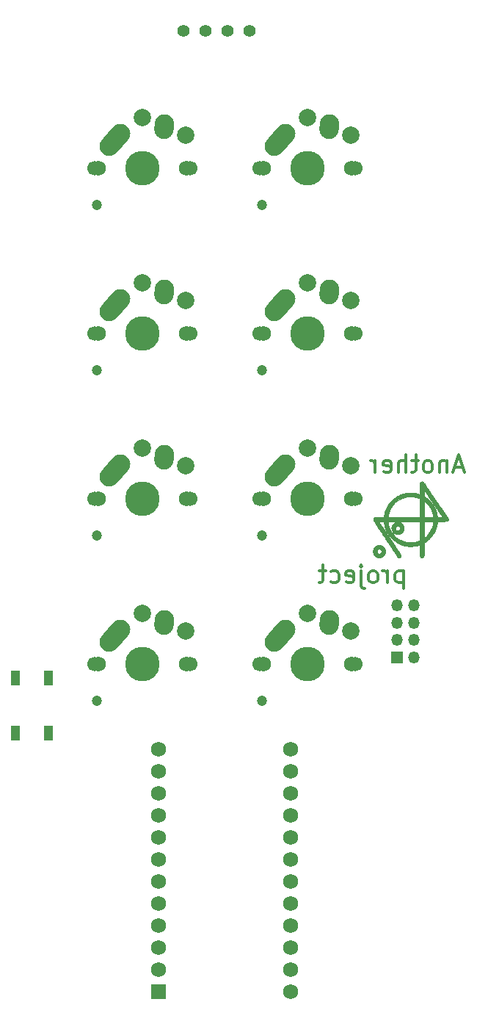
<source format=gbr>
%TF.GenerationSoftware,KiCad,Pcbnew,5.1.8*%
%TF.CreationDate,2020-12-03T20:02:01+01:00*%
%TF.ProjectId,christmas_board,63687269-7374-46d6-9173-5f626f617264,rev?*%
%TF.SameCoordinates,Original*%
%TF.FileFunction,Soldermask,Bot*%
%TF.FilePolarity,Negative*%
%FSLAX46Y46*%
G04 Gerber Fmt 4.6, Leading zero omitted, Abs format (unit mm)*
G04 Created by KiCad (PCBNEW 5.1.8) date 2020-12-03 20:02:01*
%MOMM*%
%LPD*%
G01*
G04 APERTURE LIST*
%ADD10C,0.300000*%
%ADD11C,0.010000*%
%ADD12C,1.752600*%
%ADD13R,1.752600X1.752600*%
%ADD14C,1.200000*%
%ADD15C,1.700000*%
%ADD16C,2.000000*%
%ADD17C,1.750000*%
%ADD18C,2.250000*%
%ADD19C,3.987800*%
%ADD20R,1.000000X1.700000*%
%ADD21C,1.397000*%
%ADD22O,1.350000X1.350000*%
%ADD23R,1.350000X1.350000*%
G04 APERTURE END LIST*
D10*
X174306845Y-82089583D02*
X173354464Y-82089583D01*
X174497321Y-82661011D02*
X173830654Y-80661011D01*
X173163988Y-82661011D01*
X172497321Y-81327678D02*
X172497321Y-82661011D01*
X172497321Y-81518154D02*
X172402083Y-81422916D01*
X172211607Y-81327678D01*
X171925892Y-81327678D01*
X171735416Y-81422916D01*
X171640178Y-81613392D01*
X171640178Y-82661011D01*
X170402083Y-82661011D02*
X170592559Y-82565773D01*
X170687797Y-82470535D01*
X170783035Y-82280059D01*
X170783035Y-81708630D01*
X170687797Y-81518154D01*
X170592559Y-81422916D01*
X170402083Y-81327678D01*
X170116369Y-81327678D01*
X169925892Y-81422916D01*
X169830654Y-81518154D01*
X169735416Y-81708630D01*
X169735416Y-82280059D01*
X169830654Y-82470535D01*
X169925892Y-82565773D01*
X170116369Y-82661011D01*
X170402083Y-82661011D01*
X169163988Y-81327678D02*
X168402083Y-81327678D01*
X168878273Y-80661011D02*
X168878273Y-82375297D01*
X168783035Y-82565773D01*
X168592559Y-82661011D01*
X168402083Y-82661011D01*
X167735416Y-82661011D02*
X167735416Y-80661011D01*
X166878273Y-82661011D02*
X166878273Y-81613392D01*
X166973511Y-81422916D01*
X167163988Y-81327678D01*
X167449702Y-81327678D01*
X167640178Y-81422916D01*
X167735416Y-81518154D01*
X165163988Y-82565773D02*
X165354464Y-82661011D01*
X165735416Y-82661011D01*
X165925892Y-82565773D01*
X166021130Y-82375297D01*
X166021130Y-81613392D01*
X165925892Y-81422916D01*
X165735416Y-81327678D01*
X165354464Y-81327678D01*
X165163988Y-81422916D01*
X165068750Y-81613392D01*
X165068750Y-81803869D01*
X166021130Y-81994345D01*
X164211607Y-82661011D02*
X164211607Y-81327678D01*
X164211607Y-81708630D02*
X164116369Y-81518154D01*
X164021130Y-81422916D01*
X163830654Y-81327678D01*
X163640178Y-81327678D01*
X167433035Y-94027678D02*
X167433035Y-96027678D01*
X167433035Y-94122916D02*
X167242559Y-94027678D01*
X166861607Y-94027678D01*
X166671130Y-94122916D01*
X166575892Y-94218154D01*
X166480654Y-94408630D01*
X166480654Y-94980059D01*
X166575892Y-95170535D01*
X166671130Y-95265773D01*
X166861607Y-95361011D01*
X167242559Y-95361011D01*
X167433035Y-95265773D01*
X165623511Y-95361011D02*
X165623511Y-94027678D01*
X165623511Y-94408630D02*
X165528273Y-94218154D01*
X165433035Y-94122916D01*
X165242559Y-94027678D01*
X165052083Y-94027678D01*
X164099702Y-95361011D02*
X164290178Y-95265773D01*
X164385416Y-95170535D01*
X164480654Y-94980059D01*
X164480654Y-94408630D01*
X164385416Y-94218154D01*
X164290178Y-94122916D01*
X164099702Y-94027678D01*
X163813988Y-94027678D01*
X163623511Y-94122916D01*
X163528273Y-94218154D01*
X163433035Y-94408630D01*
X163433035Y-94980059D01*
X163528273Y-95170535D01*
X163623511Y-95265773D01*
X163813988Y-95361011D01*
X164099702Y-95361011D01*
X162575892Y-94027678D02*
X162575892Y-95741964D01*
X162671130Y-95932440D01*
X162861607Y-96027678D01*
X162956845Y-96027678D01*
X162575892Y-93361011D02*
X162671130Y-93456250D01*
X162575892Y-93551488D01*
X162480654Y-93456250D01*
X162575892Y-93361011D01*
X162575892Y-93551488D01*
X160861607Y-95265773D02*
X161052083Y-95361011D01*
X161433035Y-95361011D01*
X161623511Y-95265773D01*
X161718750Y-95075297D01*
X161718750Y-94313392D01*
X161623511Y-94122916D01*
X161433035Y-94027678D01*
X161052083Y-94027678D01*
X160861607Y-94122916D01*
X160766369Y-94313392D01*
X160766369Y-94503869D01*
X161718750Y-94694345D01*
X159052083Y-95265773D02*
X159242559Y-95361011D01*
X159623511Y-95361011D01*
X159813988Y-95265773D01*
X159909226Y-95170535D01*
X160004464Y-94980059D01*
X160004464Y-94408630D01*
X159909226Y-94218154D01*
X159813988Y-94122916D01*
X159623511Y-94027678D01*
X159242559Y-94027678D01*
X159052083Y-94122916D01*
X158480654Y-94027678D02*
X157718750Y-94027678D01*
X158194940Y-93361011D02*
X158194940Y-95075297D01*
X158099702Y-95265773D01*
X157909226Y-95361011D01*
X157718750Y-95361011D01*
D11*
%TO.C,G\u002A\u002A\u002A*%
G36*
X169495990Y-83731553D02*
G01*
X169439809Y-83771672D01*
X169393622Y-83834896D01*
X169390439Y-83840743D01*
X169383764Y-83853597D01*
X169378154Y-83866494D01*
X169373494Y-83881688D01*
X169369664Y-83901436D01*
X169366549Y-83927991D01*
X169364030Y-83963609D01*
X169361991Y-84010545D01*
X169360313Y-84071053D01*
X169358880Y-84147389D01*
X169357574Y-84241808D01*
X169356278Y-84356563D01*
X169354874Y-84493911D01*
X169354500Y-84531200D01*
X169348150Y-85166200D01*
X169291000Y-85163499D01*
X169243572Y-85157394D01*
X169198020Y-85145670D01*
X169189400Y-85142427D01*
X169146919Y-85127712D01*
X169086743Y-85110603D01*
X169016214Y-85092983D01*
X168942673Y-85076737D01*
X168903650Y-85069080D01*
X168859251Y-85060453D01*
X168801842Y-85048804D01*
X168743228Y-85036533D01*
X168738550Y-85035534D01*
X168686752Y-85027761D01*
X168614186Y-85021517D01*
X168525361Y-85016802D01*
X168424785Y-85013612D01*
X168316966Y-85011948D01*
X168206412Y-85011807D01*
X168097633Y-85013189D01*
X167995135Y-85016091D01*
X167903428Y-85020513D01*
X167827020Y-85026452D01*
X167770418Y-85033908D01*
X167760650Y-85035843D01*
X167703762Y-85048186D01*
X167648307Y-85060218D01*
X167605372Y-85069534D01*
X167601900Y-85070287D01*
X167535149Y-85086169D01*
X167460820Y-85106124D01*
X167385079Y-85128260D01*
X167314093Y-85150688D01*
X167254026Y-85171517D01*
X167211045Y-85188857D01*
X167203996Y-85192270D01*
X167174631Y-85205240D01*
X167154446Y-85210649D01*
X167154422Y-85210650D01*
X167131990Y-85216609D01*
X167091329Y-85233191D01*
X167036280Y-85258454D01*
X166970688Y-85290453D01*
X166898397Y-85327247D01*
X166823248Y-85366890D01*
X166749087Y-85407442D01*
X166679757Y-85446957D01*
X166638950Y-85471259D01*
X166470991Y-85583482D01*
X166299996Y-85716990D01*
X166129690Y-85868582D01*
X165963793Y-86035059D01*
X165892617Y-86112803D01*
X165856743Y-86155524D01*
X165813972Y-86210276D01*
X165768088Y-86271784D01*
X165722876Y-86334771D01*
X165682121Y-86393961D01*
X165649609Y-86444077D01*
X165629124Y-86479844D01*
X165628731Y-86480650D01*
X165616789Y-86502805D01*
X165597613Y-86536143D01*
X165589106Y-86550500D01*
X165502185Y-86712198D01*
X165422215Y-86893469D01*
X165350990Y-87089016D01*
X165290304Y-87293541D01*
X165241949Y-87501747D01*
X165215110Y-87655400D01*
X165206316Y-87708344D01*
X165196507Y-87758281D01*
X165188681Y-87791048D01*
X165175491Y-87837796D01*
X164126551Y-87845900D01*
X164073834Y-87880801D01*
X164028694Y-87914771D01*
X163999648Y-87949402D01*
X163983435Y-87991566D01*
X163976799Y-88048137D01*
X163976050Y-88087054D01*
X163976050Y-88189626D01*
X164084923Y-88354313D01*
X164131564Y-88424840D01*
X164186554Y-88507950D01*
X164244208Y-88595053D01*
X164298840Y-88677560D01*
X164319873Y-88709313D01*
X164361326Y-88772002D01*
X164398504Y-88828440D01*
X164428878Y-88874772D01*
X164449920Y-88907142D01*
X164458650Y-88920920D01*
X164472880Y-88943001D01*
X164495772Y-88976821D01*
X164512625Y-89001118D01*
X164535202Y-89034993D01*
X164550194Y-89060659D01*
X164553900Y-89070118D01*
X164562371Y-89085293D01*
X164579300Y-89103200D01*
X164598196Y-89123666D01*
X164604700Y-89136281D01*
X164611468Y-89151461D01*
X164628930Y-89180048D01*
X164645975Y-89205281D01*
X164671265Y-89241887D01*
X164691867Y-89272610D01*
X164699950Y-89285293D01*
X164710777Y-89302244D01*
X164734135Y-89338090D01*
X164768522Y-89390556D01*
X164812434Y-89457367D01*
X164864367Y-89536247D01*
X164922819Y-89624923D01*
X164986285Y-89721118D01*
X165053263Y-89822559D01*
X165122248Y-89926969D01*
X165191737Y-90032074D01*
X165260227Y-90135599D01*
X165326214Y-90235269D01*
X165388194Y-90328809D01*
X165444665Y-90413944D01*
X165494122Y-90488399D01*
X165535062Y-90549899D01*
X165565982Y-90596169D01*
X165582600Y-90620850D01*
X165595764Y-90640514D01*
X165621029Y-90678485D01*
X165656488Y-90731882D01*
X165700233Y-90797825D01*
X165750356Y-90873433D01*
X165804951Y-90955826D01*
X165862110Y-91042122D01*
X165919924Y-91129440D01*
X165976488Y-91214902D01*
X166029892Y-91295624D01*
X166078231Y-91368728D01*
X166119595Y-91431332D01*
X166152078Y-91480556D01*
X166173772Y-91513518D01*
X166179683Y-91522550D01*
X166206281Y-91563098D01*
X166242735Y-91618287D01*
X166287166Y-91685302D01*
X166337694Y-91761329D01*
X166392439Y-91843553D01*
X166449520Y-91929160D01*
X166507057Y-92015335D01*
X166563171Y-92099263D01*
X166615980Y-92178130D01*
X166663605Y-92249121D01*
X166704167Y-92309422D01*
X166735783Y-92356219D01*
X166756576Y-92386696D01*
X166763781Y-92396944D01*
X166815137Y-92447640D01*
X166875217Y-92478107D01*
X166939551Y-92489305D01*
X167003670Y-92482199D01*
X167063104Y-92457749D01*
X167113385Y-92416917D01*
X167150044Y-92360666D01*
X167165630Y-92310442D01*
X167168973Y-92281850D01*
X167167260Y-92252129D01*
X167159244Y-92218726D01*
X167143678Y-92179090D01*
X167119314Y-92130669D01*
X167084907Y-92070911D01*
X167039208Y-91997266D01*
X166980970Y-91907180D01*
X166932827Y-91834106D01*
X166878095Y-91751427D01*
X166826389Y-91673285D01*
X166779802Y-91602849D01*
X166740430Y-91543287D01*
X166710366Y-91497765D01*
X166691705Y-91469452D01*
X166689044Y-91465400D01*
X166667269Y-91432577D01*
X166650508Y-91408021D01*
X166646100Y-91401900D01*
X166630375Y-91379738D01*
X166605167Y-91342541D01*
X166573042Y-91294259D01*
X166536569Y-91238843D01*
X166498315Y-91180243D01*
X166460847Y-91122409D01*
X166426732Y-91069292D01*
X166398539Y-91024842D01*
X166378835Y-90993008D01*
X166370187Y-90977743D01*
X166370000Y-90977093D01*
X166361553Y-90962458D01*
X166344600Y-90944700D01*
X166325556Y-90922324D01*
X166319200Y-90906600D01*
X166310562Y-90887450D01*
X166293800Y-90868500D01*
X166274756Y-90846124D01*
X166268400Y-90830400D01*
X166259762Y-90811250D01*
X166243000Y-90792300D01*
X166224105Y-90771833D01*
X166217600Y-90759218D01*
X166210833Y-90744038D01*
X166193371Y-90715451D01*
X166176325Y-90690218D01*
X166151029Y-90653567D01*
X166130425Y-90622750D01*
X166122350Y-90610002D01*
X166111147Y-90592285D01*
X166088991Y-90558043D01*
X166058939Y-90511937D01*
X166024050Y-90458630D01*
X165987381Y-90402783D01*
X165951988Y-90349058D01*
X165920930Y-90302118D01*
X165897263Y-90266623D01*
X165893070Y-90260395D01*
X165872110Y-90228970D01*
X165855716Y-90203759D01*
X165855391Y-90203245D01*
X165840954Y-90181130D01*
X165818501Y-90147507D01*
X165804591Y-90126909D01*
X165780443Y-90090954D01*
X165760806Y-90061104D01*
X165754050Y-90050483D01*
X165743699Y-90034472D01*
X165721375Y-90000475D01*
X165689170Y-89951654D01*
X165649172Y-89891176D01*
X165603473Y-89822206D01*
X165568649Y-89769723D01*
X165526354Y-89705990D01*
X165472270Y-89624447D01*
X165408630Y-89528464D01*
X165337668Y-89421409D01*
X165261615Y-89306652D01*
X165182706Y-89187562D01*
X165103173Y-89067508D01*
X165025872Y-88950800D01*
X164954599Y-88843256D01*
X164887131Y-88741599D01*
X164824846Y-88647897D01*
X164769124Y-88564219D01*
X164721345Y-88492633D01*
X164682888Y-88435208D01*
X164655133Y-88394011D01*
X164639459Y-88371111D01*
X164636890Y-88367550D01*
X164625221Y-88349552D01*
X164623075Y-88335655D01*
X164632838Y-88325343D01*
X164656891Y-88318100D01*
X164697617Y-88313409D01*
X164757399Y-88310754D01*
X164838621Y-88309618D01*
X164904978Y-88309450D01*
X164994679Y-88309036D01*
X165062430Y-88309181D01*
X165111635Y-88311959D01*
X165145699Y-88319446D01*
X165168026Y-88333718D01*
X165182020Y-88356852D01*
X165191087Y-88390922D01*
X165198630Y-88438004D01*
X165206991Y-88493600D01*
X165237950Y-88667976D01*
X165273180Y-88832599D01*
X165311739Y-88983903D01*
X165352688Y-89118321D01*
X165395086Y-89232288D01*
X165411718Y-89270219D01*
X165424199Y-89299711D01*
X165430124Y-89318566D01*
X165430200Y-89319582D01*
X165436384Y-89341438D01*
X165453528Y-89381124D01*
X165479520Y-89434694D01*
X165512248Y-89498199D01*
X165549600Y-89567693D01*
X165589466Y-89639228D01*
X165629732Y-89708857D01*
X165668288Y-89772631D01*
X165694912Y-89814400D01*
X165812324Y-89977323D01*
X165948832Y-90139446D01*
X166099577Y-90296059D01*
X166259700Y-90442453D01*
X166424340Y-90573917D01*
X166588638Y-90685741D01*
X166603042Y-90694560D01*
X166629648Y-90711055D01*
X166666803Y-90734506D01*
X166687500Y-90747700D01*
X166717546Y-90765487D01*
X166761858Y-90789918D01*
X166815857Y-90818660D01*
X166874964Y-90849382D01*
X166934598Y-90879750D01*
X166990180Y-90907433D01*
X167037130Y-90930099D01*
X167070868Y-90945415D01*
X167086815Y-90951049D01*
X167086822Y-90951050D01*
X167103982Y-90955944D01*
X167134780Y-90968282D01*
X167149659Y-90974887D01*
X167219115Y-91004611D01*
X167291758Y-91032370D01*
X167357816Y-91054568D01*
X167392350Y-91064249D01*
X167435048Y-91075018D01*
X167486792Y-91088402D01*
X167513000Y-91095302D01*
X167597109Y-91116857D01*
X167670514Y-91133551D01*
X167740520Y-91146594D01*
X167814430Y-91157195D01*
X167899549Y-91166564D01*
X167996284Y-91175326D01*
X168083373Y-91182421D01*
X168153929Y-91187095D01*
X168215065Y-91189344D01*
X168273895Y-91189165D01*
X168337530Y-91186553D01*
X168413085Y-91181504D01*
X168494943Y-91175055D01*
X168576138Y-91168005D01*
X168651451Y-91160648D01*
X168716163Y-91153509D01*
X168765556Y-91147113D01*
X168794912Y-91141983D01*
X168796897Y-91141469D01*
X168832609Y-91132602D01*
X168882561Y-91121530D01*
X168936009Y-91110631D01*
X168936597Y-91110517D01*
X169052097Y-91085958D01*
X169152524Y-91060188D01*
X169233464Y-91034378D01*
X169255152Y-91026050D01*
X169276852Y-91016758D01*
X169295123Y-91009235D01*
X169310269Y-91005372D01*
X169322596Y-91007061D01*
X169332409Y-91016194D01*
X169340011Y-91034660D01*
X169345708Y-91064354D01*
X169349805Y-91107165D01*
X169352606Y-91164985D01*
X169354416Y-91239707D01*
X169355540Y-91333220D01*
X169356283Y-91447418D01*
X169356949Y-91584191D01*
X169357341Y-91660305D01*
X169360850Y-92303600D01*
X169392600Y-92370670D01*
X169416829Y-92414453D01*
X169444319Y-92443527D01*
X169484590Y-92467800D01*
X169487169Y-92469095D01*
X169535796Y-92490659D01*
X169574205Y-92498328D01*
X169612697Y-92492178D01*
X169661575Y-92472280D01*
X169665650Y-92470375D01*
X169717283Y-92442351D01*
X169751534Y-92411739D01*
X169775782Y-92370267D01*
X169790896Y-92329912D01*
X169795442Y-92313836D01*
X169799287Y-92293781D01*
X169802487Y-92267635D01*
X169805100Y-92233288D01*
X169807183Y-92188629D01*
X169808793Y-92131548D01*
X169809989Y-92059933D01*
X169810827Y-91971673D01*
X169811364Y-91864658D01*
X169811659Y-91736777D01*
X169811768Y-91585919D01*
X169811771Y-91561562D01*
X169812012Y-91410649D01*
X169812684Y-91272501D01*
X169813757Y-91148905D01*
X169815201Y-91041649D01*
X169816986Y-90952520D01*
X169819083Y-90883306D01*
X169821461Y-90835793D01*
X169824092Y-90811769D01*
X169824281Y-90811025D01*
X169849632Y-90764380D01*
X169876566Y-90741175D01*
X169912081Y-90718453D01*
X169943424Y-90697830D01*
X169944580Y-90697050D01*
X169972811Y-90678060D01*
X170009656Y-90653398D01*
X170022400Y-90644892D01*
X170067903Y-90612392D01*
X170127079Y-90566996D01*
X170194822Y-90512913D01*
X170238989Y-90476589D01*
X169354642Y-90476589D01*
X169325996Y-90501937D01*
X169308185Y-90514694D01*
X169280222Y-90529464D01*
X169238968Y-90547588D01*
X169181282Y-90570407D01*
X169104023Y-90599262D01*
X169062400Y-90614439D01*
X168997185Y-90635396D01*
X168917442Y-90657061D01*
X168833825Y-90676821D01*
X168756987Y-90692063D01*
X168725850Y-90696978D01*
X168670527Y-90705289D01*
X168615984Y-90714452D01*
X168579800Y-90721325D01*
X168534902Y-90727031D01*
X168469712Y-90730402D01*
X168389217Y-90731586D01*
X168298405Y-90730728D01*
X168202263Y-90727973D01*
X168105778Y-90723469D01*
X168013936Y-90717360D01*
X167931725Y-90709794D01*
X167864133Y-90700915D01*
X167860113Y-90700254D01*
X167799727Y-90689732D01*
X167748279Y-90679958D01*
X167711077Y-90671997D01*
X167693429Y-90666914D01*
X167693195Y-90666779D01*
X167675079Y-90660162D01*
X167640045Y-90650457D01*
X167600083Y-90640793D01*
X167468900Y-90605115D01*
X167327952Y-90555119D01*
X167173876Y-90489539D01*
X167081200Y-90445826D01*
X167022635Y-90416897D01*
X166969823Y-90389982D01*
X166928405Y-90368008D01*
X166904017Y-90353904D01*
X166903400Y-90353494D01*
X166876067Y-90335462D01*
X166836485Y-90309727D01*
X166798568Y-90285293D01*
X166667210Y-90191858D01*
X166532592Y-90078898D01*
X166399613Y-89950943D01*
X166273174Y-89812522D01*
X166226946Y-89756990D01*
X166193243Y-89712823D01*
X166151774Y-89654653D01*
X166106380Y-89588284D01*
X166060902Y-89519518D01*
X166019182Y-89454157D01*
X165985060Y-89398005D01*
X165963355Y-89358818D01*
X165944639Y-89322703D01*
X165928908Y-89294091D01*
X165924868Y-89287350D01*
X165910815Y-89260830D01*
X165900123Y-89236550D01*
X165885831Y-89204885D01*
X165875368Y-89185750D01*
X165869585Y-89175625D01*
X165861926Y-89159775D01*
X165850952Y-89134810D01*
X165835219Y-89097341D01*
X165813286Y-89043977D01*
X165783711Y-88971331D01*
X165774422Y-88948445D01*
X165759416Y-88907103D01*
X165749721Y-88872026D01*
X165747700Y-88857500D01*
X165743574Y-88831826D01*
X165732973Y-88792788D01*
X165723687Y-88764605D01*
X165710302Y-88719675D01*
X165696420Y-88661060D01*
X165682946Y-88594295D01*
X165670785Y-88524917D01*
X165660843Y-88458462D01*
X165654024Y-88400467D01*
X165651235Y-88356469D01*
X165653092Y-88332830D01*
X165654759Y-88329615D01*
X165658433Y-88326711D01*
X165665333Y-88324106D01*
X165676680Y-88321785D01*
X165693692Y-88319736D01*
X165717591Y-88317945D01*
X165749597Y-88316399D01*
X165790929Y-88315084D01*
X165842808Y-88313987D01*
X165906453Y-88313095D01*
X165983085Y-88312395D01*
X166073924Y-88311873D01*
X166180189Y-88311515D01*
X166303101Y-88311308D01*
X166443880Y-88311240D01*
X166603746Y-88311297D01*
X166783919Y-88311464D01*
X166985619Y-88311730D01*
X167210066Y-88312080D01*
X167458480Y-88312502D01*
X167504345Y-88312582D01*
X169348150Y-88315800D01*
X169351396Y-89396194D01*
X169354642Y-90476589D01*
X170238989Y-90476589D01*
X170266027Y-90454353D01*
X170335592Y-90395525D01*
X170398410Y-90340639D01*
X170449377Y-90293904D01*
X170457540Y-90286061D01*
X170542311Y-90198125D01*
X170631699Y-90095411D01*
X170721630Y-89983347D01*
X170808033Y-89867363D01*
X170886833Y-89752888D01*
X170953957Y-89645354D01*
X170997132Y-89566750D01*
X171017756Y-89526319D01*
X171034907Y-89493226D01*
X171043118Y-89477850D01*
X171063686Y-89438730D01*
X171084814Y-89395048D01*
X171103312Y-89353863D01*
X171115987Y-89322235D01*
X171119800Y-89308214D01*
X171125434Y-89288378D01*
X171139508Y-89256934D01*
X171145200Y-89245932D01*
X171161126Y-89212733D01*
X171169965Y-89187535D01*
X171170600Y-89182866D01*
X171174828Y-89162748D01*
X171185656Y-89128242D01*
X171194549Y-89103445D01*
X171221954Y-89023369D01*
X171249857Y-88929393D01*
X171276386Y-88829024D01*
X171299669Y-88729774D01*
X171317835Y-88639151D01*
X171329011Y-88564666D01*
X171329144Y-88563450D01*
X171339499Y-88484618D01*
X171352011Y-88415759D01*
X171365508Y-88362028D01*
X170898377Y-88362028D01*
X170894290Y-88404265D01*
X170886311Y-88457889D01*
X170879011Y-88497708D01*
X170868166Y-88555055D01*
X170859551Y-88605308D01*
X170854254Y-88641847D01*
X170853100Y-88655557D01*
X170849059Y-88681924D01*
X170838017Y-88726979D01*
X170821604Y-88785522D01*
X170801447Y-88852350D01*
X170779171Y-88922261D01*
X170756406Y-88990054D01*
X170734778Y-89050527D01*
X170715913Y-89098479D01*
X170711080Y-89109550D01*
X170632579Y-89274656D01*
X170553784Y-89420894D01*
X170470790Y-89553773D01*
X170379694Y-89678803D01*
X170276592Y-89801494D01*
X170157578Y-89927355D01*
X170072050Y-90011351D01*
X170001625Y-90078604D01*
X169947143Y-90129784D01*
X169906517Y-90166704D01*
X169877658Y-90191178D01*
X169858476Y-90205021D01*
X169846883Y-90210048D01*
X169843450Y-90209876D01*
X169840757Y-90196354D01*
X169838374Y-90157730D01*
X169836308Y-90094303D01*
X169834561Y-90006370D01*
X169833138Y-89894228D01*
X169832042Y-89758175D01*
X169831278Y-89598508D01*
X169830849Y-89415525D01*
X169830750Y-89260891D01*
X169830750Y-88315800D01*
X170360699Y-88312485D01*
X170890647Y-88309171D01*
X170897784Y-88337885D01*
X170898377Y-88362028D01*
X171365508Y-88362028D01*
X171365646Y-88361481D01*
X171379370Y-88326389D01*
X171383890Y-88319627D01*
X171390274Y-88314224D01*
X171401100Y-88309754D01*
X171418718Y-88306104D01*
X171445477Y-88303163D01*
X171483728Y-88300819D01*
X171535820Y-88298960D01*
X171604103Y-88297474D01*
X171690927Y-88296251D01*
X171798640Y-88295177D01*
X171918104Y-88294227D01*
X172046751Y-88293214D01*
X172152531Y-88292180D01*
X172237975Y-88290993D01*
X172305613Y-88289523D01*
X172357978Y-88287640D01*
X172397602Y-88285211D01*
X172427016Y-88282107D01*
X172448752Y-88278197D01*
X172465341Y-88273350D01*
X172479316Y-88267436D01*
X172484235Y-88265000D01*
X172524433Y-88238162D01*
X172563105Y-88202541D01*
X172572076Y-88192103D01*
X172594380Y-88160158D01*
X172605788Y-88129391D01*
X172609703Y-88088690D01*
X172609934Y-88068442D01*
X172606440Y-88013126D01*
X172595351Y-87978027D01*
X172588767Y-87968888D01*
X172572299Y-87946547D01*
X172567252Y-87933799D01*
X172560306Y-87919506D01*
X172541532Y-87888618D01*
X172513623Y-87845383D01*
X172497913Y-87821906D01*
X171927236Y-87821906D01*
X171927081Y-87822915D01*
X171920264Y-87828736D01*
X171903012Y-87832971D01*
X171872459Y-87835761D01*
X171825736Y-87837251D01*
X171759975Y-87837580D01*
X171672308Y-87836893D01*
X171650488Y-87836628D01*
X171380474Y-87833200D01*
X171364853Y-87800590D01*
X170900684Y-87800590D01*
X170895611Y-87813103D01*
X170882762Y-87822598D01*
X170860001Y-87829457D01*
X170825193Y-87834064D01*
X170776203Y-87836802D01*
X170710897Y-87838057D01*
X170627138Y-87838210D01*
X170522793Y-87837646D01*
X170395725Y-87836748D01*
X170359564Y-87836513D01*
X169830750Y-87833200D01*
X169830750Y-86913508D01*
X169830874Y-86723208D01*
X169831256Y-86557311D01*
X169831910Y-86414821D01*
X169832852Y-86294742D01*
X169834098Y-86196077D01*
X169835663Y-86117831D01*
X169837561Y-86059008D01*
X169839809Y-86018612D01*
X169842422Y-85995646D01*
X169844926Y-85989091D01*
X169863554Y-85994563D01*
X169896427Y-86016302D01*
X169940784Y-86051708D01*
X169993865Y-86098182D01*
X170052909Y-86153122D01*
X170115155Y-86213930D01*
X170177844Y-86278005D01*
X170238214Y-86342747D01*
X170293506Y-86405556D01*
X170316919Y-86433627D01*
X170362796Y-86492062D01*
X170412516Y-86559212D01*
X170462629Y-86630027D01*
X170509686Y-86699456D01*
X170550238Y-86762447D01*
X170580838Y-86813948D01*
X170594117Y-86839645D01*
X170609784Y-86871962D01*
X170632468Y-86916817D01*
X170656602Y-86963250D01*
X170677992Y-87005939D01*
X170693616Y-87041199D01*
X170700360Y-87061954D01*
X170700426Y-87062890D01*
X170706501Y-87085747D01*
X170719578Y-87113690D01*
X170741118Y-87159470D01*
X170764189Y-87220353D01*
X170785213Y-87286559D01*
X170792289Y-87312500D01*
X170805632Y-87359844D01*
X170821133Y-87409208D01*
X170823186Y-87415282D01*
X170833896Y-87452943D01*
X170846123Y-87505538D01*
X170857539Y-87562890D01*
X170859519Y-87574032D01*
X170869949Y-87632634D01*
X170880592Y-87690060D01*
X170889405Y-87735322D01*
X170890591Y-87741098D01*
X170896039Y-87764971D01*
X170900114Y-87784673D01*
X170900684Y-87800590D01*
X171364853Y-87800590D01*
X171362919Y-87796554D01*
X171352761Y-87765836D01*
X171342531Y-87719454D01*
X171334332Y-87667049D01*
X171333864Y-87663204D01*
X171321070Y-87576564D01*
X171302309Y-87476333D01*
X171279768Y-87372974D01*
X171255634Y-87276952D01*
X171245939Y-87242650D01*
X171218229Y-87151225D01*
X171192337Y-87071076D01*
X171169427Y-87005543D01*
X171150668Y-86957963D01*
X171137442Y-86931985D01*
X171123430Y-86904295D01*
X171119800Y-86887303D01*
X171114245Y-86869658D01*
X171099224Y-86834562D01*
X171077202Y-86786988D01*
X171050646Y-86731906D01*
X171022021Y-86674290D01*
X170993793Y-86619112D01*
X170968429Y-86571343D01*
X170948393Y-86535955D01*
X170937169Y-86519053D01*
X170921980Y-86497521D01*
X170900261Y-86462776D01*
X170884675Y-86436200D01*
X170845310Y-86373314D01*
X170792293Y-86297564D01*
X170729680Y-86214296D01*
X170661527Y-86128853D01*
X170591892Y-86046582D01*
X170571436Y-86023450D01*
X170425217Y-85872702D01*
X170260053Y-85725175D01*
X170241113Y-85710377D01*
X169354500Y-85710377D01*
X169354500Y-86754875D01*
X169354409Y-86915874D01*
X169354143Y-87069772D01*
X169353716Y-87214645D01*
X169353143Y-87348571D01*
X169352437Y-87469626D01*
X169351613Y-87575886D01*
X169350684Y-87665429D01*
X169349664Y-87736331D01*
X169348568Y-87786670D01*
X169347408Y-87814521D01*
X169346792Y-87819461D01*
X169344048Y-87822232D01*
X169337248Y-87824740D01*
X169325191Y-87826995D01*
X169306674Y-87829012D01*
X169280497Y-87830804D01*
X169245457Y-87832384D01*
X169200353Y-87833764D01*
X169143984Y-87834958D01*
X169075149Y-87835979D01*
X168992645Y-87836841D01*
X168895271Y-87837555D01*
X168781825Y-87838135D01*
X168651107Y-87838595D01*
X168501914Y-87838947D01*
X168333046Y-87839204D01*
X168143300Y-87839380D01*
X167931475Y-87839487D01*
X167696369Y-87839539D01*
X167500319Y-87839550D01*
X165661554Y-87839550D01*
X165654325Y-87810748D01*
X165653322Y-87784134D01*
X165657633Y-87742003D01*
X165666324Y-87693457D01*
X165666364Y-87693273D01*
X165678301Y-87635451D01*
X165689715Y-87575432D01*
X165696729Y-87534750D01*
X165706951Y-87481918D01*
X165720093Y-87428336D01*
X165726166Y-87407750D01*
X165738437Y-87369161D01*
X165755270Y-87315783D01*
X165773681Y-87257083D01*
X165780174Y-87236300D01*
X165797679Y-87183169D01*
X165814525Y-87137115D01*
X165828080Y-87105136D01*
X165832572Y-87096949D01*
X165845827Y-87071433D01*
X165849300Y-87057430D01*
X165855916Y-87030291D01*
X165874320Y-86985908D01*
X165902350Y-86928264D01*
X165937844Y-86861341D01*
X165978638Y-86789120D01*
X166022571Y-86715584D01*
X166067479Y-86644715D01*
X166098474Y-86598628D01*
X166137994Y-86541896D01*
X166170816Y-86496243D01*
X166200741Y-86457231D01*
X166231575Y-86420425D01*
X166267121Y-86381387D01*
X166311183Y-86335683D01*
X166367564Y-86278875D01*
X166402767Y-86243720D01*
X166571650Y-86088319D01*
X166751436Y-85947234D01*
X166937216Y-85824002D01*
X167124079Y-85722160D01*
X167132000Y-85718344D01*
X167175862Y-85697206D01*
X167212477Y-85679330D01*
X167234130Y-85668484D01*
X167234498Y-85668291D01*
X167271346Y-85651175D01*
X167323064Y-85630167D01*
X167384186Y-85607155D01*
X167449244Y-85584029D01*
X167512773Y-85562677D01*
X167569306Y-85544988D01*
X167613378Y-85532852D01*
X167639520Y-85528156D01*
X167640071Y-85528150D01*
X167666543Y-85523435D01*
X167701451Y-85511935D01*
X167705125Y-85510449D01*
X167744718Y-85498954D01*
X167804572Y-85487714D01*
X167879551Y-85477182D01*
X167964516Y-85467815D01*
X168054330Y-85460069D01*
X168143856Y-85454398D01*
X168227955Y-85451258D01*
X168301491Y-85451105D01*
X168348686Y-85453391D01*
X168479537Y-85464998D01*
X168591128Y-85476521D01*
X168681934Y-85487773D01*
X168750432Y-85498563D01*
X168795097Y-85508702D01*
X168795700Y-85508885D01*
X168846257Y-85522278D01*
X168899358Y-85533350D01*
X168910000Y-85535100D01*
X168951056Y-85543453D01*
X168984928Y-85553873D01*
X168992550Y-85557313D01*
X169019653Y-85568364D01*
X169059735Y-85581134D01*
X169081450Y-85587057D01*
X169158832Y-85609163D01*
X169228038Y-85633341D01*
X169283833Y-85657521D01*
X169320980Y-85679629D01*
X169325925Y-85683818D01*
X169354500Y-85710377D01*
X170241113Y-85710377D01*
X170082303Y-85586301D01*
X169961175Y-85502019D01*
X169911906Y-85468469D01*
X169870877Y-85438782D01*
X169842574Y-85416320D01*
X169831608Y-85404869D01*
X169828844Y-85385421D01*
X169826664Y-85345482D01*
X169825050Y-85289177D01*
X169823990Y-85220631D01*
X169823468Y-85143969D01*
X169823470Y-85063317D01*
X169823980Y-84982800D01*
X169824985Y-84906543D01*
X169826469Y-84838671D01*
X169828417Y-84783309D01*
X169830816Y-84744583D01*
X169833649Y-84726617D01*
X169834030Y-84726040D01*
X169846903Y-84730269D01*
X169871489Y-84756702D01*
X169907594Y-84805110D01*
X169934678Y-84844567D01*
X169969017Y-84895601D01*
X170013910Y-84962153D01*
X170065644Y-85038728D01*
X170120506Y-85119832D01*
X170174782Y-85199968D01*
X170186327Y-85217000D01*
X170239176Y-85295043D01*
X170302153Y-85388198D01*
X170371224Y-85490489D01*
X170442356Y-85595943D01*
X170511517Y-85698583D01*
X170563487Y-85775800D01*
X170624990Y-85867161D01*
X170688947Y-85962031D01*
X170752007Y-86055447D01*
X170810817Y-86142447D01*
X170862025Y-86218068D01*
X170900796Y-86275167D01*
X170944060Y-86338886D01*
X170984682Y-86398966D01*
X171019497Y-86450710D01*
X171045342Y-86489418D01*
X171056300Y-86506085D01*
X171077638Y-86538412D01*
X171108289Y-86584054D01*
X171143140Y-86635421D01*
X171160467Y-86660767D01*
X171190745Y-86705120D01*
X171233163Y-86767526D01*
X171285679Y-86844964D01*
X171346252Y-86934415D01*
X171412840Y-87032858D01*
X171483402Y-87137273D01*
X171555897Y-87244641D01*
X171628282Y-87351940D01*
X171698518Y-87456152D01*
X171764561Y-87554255D01*
X171793467Y-87597237D01*
X171836164Y-87662054D01*
X171872951Y-87720411D01*
X171901766Y-87768826D01*
X171920548Y-87803818D01*
X171927236Y-87821906D01*
X172497913Y-87821906D01*
X172479270Y-87794049D01*
X172471326Y-87782400D01*
X172428642Y-87720015D01*
X172384444Y-87655424D01*
X172344142Y-87596535D01*
X172314892Y-87553800D01*
X172282221Y-87505873D01*
X172236734Y-87438842D01*
X172179771Y-87354692D01*
X172112671Y-87255407D01*
X172036776Y-87142972D01*
X171953425Y-87019372D01*
X171863958Y-86886592D01*
X171769716Y-86746617D01*
X171710390Y-86658450D01*
X171565306Y-86443007D01*
X171416793Y-86222896D01*
X171269748Y-86005359D01*
X171129063Y-85797640D01*
X171053927Y-85686900D01*
X171022923Y-85641147D01*
X170982290Y-85581046D01*
X170933953Y-85509457D01*
X170879838Y-85429241D01*
X170821871Y-85343259D01*
X170761980Y-85254370D01*
X170702089Y-85165436D01*
X170644125Y-85079316D01*
X170590014Y-84998872D01*
X170541683Y-84926964D01*
X170501057Y-84866452D01*
X170470063Y-84820197D01*
X170450626Y-84791059D01*
X170446700Y-84785115D01*
X170423108Y-84749474D01*
X170389434Y-84699080D01*
X170347616Y-84636796D01*
X170299596Y-84565485D01*
X170247311Y-84488009D01*
X170192702Y-84407232D01*
X170137708Y-84326016D01*
X170084268Y-84247225D01*
X170034322Y-84173722D01*
X169989809Y-84108369D01*
X169952668Y-84054029D01*
X169924840Y-84013566D01*
X169908262Y-83989842D01*
X169904756Y-83985100D01*
X169892782Y-83968501D01*
X169871676Y-83937433D01*
X169847132Y-83900333D01*
X169790385Y-83823548D01*
X169733740Y-83765994D01*
X169679430Y-83729675D01*
X169643885Y-83717941D01*
X169563552Y-83713867D01*
X169495990Y-83731553D01*
G37*
X169495990Y-83731553D02*
X169439809Y-83771672D01*
X169393622Y-83834896D01*
X169390439Y-83840743D01*
X169383764Y-83853597D01*
X169378154Y-83866494D01*
X169373494Y-83881688D01*
X169369664Y-83901436D01*
X169366549Y-83927991D01*
X169364030Y-83963609D01*
X169361991Y-84010545D01*
X169360313Y-84071053D01*
X169358880Y-84147389D01*
X169357574Y-84241808D01*
X169356278Y-84356563D01*
X169354874Y-84493911D01*
X169354500Y-84531200D01*
X169348150Y-85166200D01*
X169291000Y-85163499D01*
X169243572Y-85157394D01*
X169198020Y-85145670D01*
X169189400Y-85142427D01*
X169146919Y-85127712D01*
X169086743Y-85110603D01*
X169016214Y-85092983D01*
X168942673Y-85076737D01*
X168903650Y-85069080D01*
X168859251Y-85060453D01*
X168801842Y-85048804D01*
X168743228Y-85036533D01*
X168738550Y-85035534D01*
X168686752Y-85027761D01*
X168614186Y-85021517D01*
X168525361Y-85016802D01*
X168424785Y-85013612D01*
X168316966Y-85011948D01*
X168206412Y-85011807D01*
X168097633Y-85013189D01*
X167995135Y-85016091D01*
X167903428Y-85020513D01*
X167827020Y-85026452D01*
X167770418Y-85033908D01*
X167760650Y-85035843D01*
X167703762Y-85048186D01*
X167648307Y-85060218D01*
X167605372Y-85069534D01*
X167601900Y-85070287D01*
X167535149Y-85086169D01*
X167460820Y-85106124D01*
X167385079Y-85128260D01*
X167314093Y-85150688D01*
X167254026Y-85171517D01*
X167211045Y-85188857D01*
X167203996Y-85192270D01*
X167174631Y-85205240D01*
X167154446Y-85210649D01*
X167154422Y-85210650D01*
X167131990Y-85216609D01*
X167091329Y-85233191D01*
X167036280Y-85258454D01*
X166970688Y-85290453D01*
X166898397Y-85327247D01*
X166823248Y-85366890D01*
X166749087Y-85407442D01*
X166679757Y-85446957D01*
X166638950Y-85471259D01*
X166470991Y-85583482D01*
X166299996Y-85716990D01*
X166129690Y-85868582D01*
X165963793Y-86035059D01*
X165892617Y-86112803D01*
X165856743Y-86155524D01*
X165813972Y-86210276D01*
X165768088Y-86271784D01*
X165722876Y-86334771D01*
X165682121Y-86393961D01*
X165649609Y-86444077D01*
X165629124Y-86479844D01*
X165628731Y-86480650D01*
X165616789Y-86502805D01*
X165597613Y-86536143D01*
X165589106Y-86550500D01*
X165502185Y-86712198D01*
X165422215Y-86893469D01*
X165350990Y-87089016D01*
X165290304Y-87293541D01*
X165241949Y-87501747D01*
X165215110Y-87655400D01*
X165206316Y-87708344D01*
X165196507Y-87758281D01*
X165188681Y-87791048D01*
X165175491Y-87837796D01*
X164126551Y-87845900D01*
X164073834Y-87880801D01*
X164028694Y-87914771D01*
X163999648Y-87949402D01*
X163983435Y-87991566D01*
X163976799Y-88048137D01*
X163976050Y-88087054D01*
X163976050Y-88189626D01*
X164084923Y-88354313D01*
X164131564Y-88424840D01*
X164186554Y-88507950D01*
X164244208Y-88595053D01*
X164298840Y-88677560D01*
X164319873Y-88709313D01*
X164361326Y-88772002D01*
X164398504Y-88828440D01*
X164428878Y-88874772D01*
X164449920Y-88907142D01*
X164458650Y-88920920D01*
X164472880Y-88943001D01*
X164495772Y-88976821D01*
X164512625Y-89001118D01*
X164535202Y-89034993D01*
X164550194Y-89060659D01*
X164553900Y-89070118D01*
X164562371Y-89085293D01*
X164579300Y-89103200D01*
X164598196Y-89123666D01*
X164604700Y-89136281D01*
X164611468Y-89151461D01*
X164628930Y-89180048D01*
X164645975Y-89205281D01*
X164671265Y-89241887D01*
X164691867Y-89272610D01*
X164699950Y-89285293D01*
X164710777Y-89302244D01*
X164734135Y-89338090D01*
X164768522Y-89390556D01*
X164812434Y-89457367D01*
X164864367Y-89536247D01*
X164922819Y-89624923D01*
X164986285Y-89721118D01*
X165053263Y-89822559D01*
X165122248Y-89926969D01*
X165191737Y-90032074D01*
X165260227Y-90135599D01*
X165326214Y-90235269D01*
X165388194Y-90328809D01*
X165444665Y-90413944D01*
X165494122Y-90488399D01*
X165535062Y-90549899D01*
X165565982Y-90596169D01*
X165582600Y-90620850D01*
X165595764Y-90640514D01*
X165621029Y-90678485D01*
X165656488Y-90731882D01*
X165700233Y-90797825D01*
X165750356Y-90873433D01*
X165804951Y-90955826D01*
X165862110Y-91042122D01*
X165919924Y-91129440D01*
X165976488Y-91214902D01*
X166029892Y-91295624D01*
X166078231Y-91368728D01*
X166119595Y-91431332D01*
X166152078Y-91480556D01*
X166173772Y-91513518D01*
X166179683Y-91522550D01*
X166206281Y-91563098D01*
X166242735Y-91618287D01*
X166287166Y-91685302D01*
X166337694Y-91761329D01*
X166392439Y-91843553D01*
X166449520Y-91929160D01*
X166507057Y-92015335D01*
X166563171Y-92099263D01*
X166615980Y-92178130D01*
X166663605Y-92249121D01*
X166704167Y-92309422D01*
X166735783Y-92356219D01*
X166756576Y-92386696D01*
X166763781Y-92396944D01*
X166815137Y-92447640D01*
X166875217Y-92478107D01*
X166939551Y-92489305D01*
X167003670Y-92482199D01*
X167063104Y-92457749D01*
X167113385Y-92416917D01*
X167150044Y-92360666D01*
X167165630Y-92310442D01*
X167168973Y-92281850D01*
X167167260Y-92252129D01*
X167159244Y-92218726D01*
X167143678Y-92179090D01*
X167119314Y-92130669D01*
X167084907Y-92070911D01*
X167039208Y-91997266D01*
X166980970Y-91907180D01*
X166932827Y-91834106D01*
X166878095Y-91751427D01*
X166826389Y-91673285D01*
X166779802Y-91602849D01*
X166740430Y-91543287D01*
X166710366Y-91497765D01*
X166691705Y-91469452D01*
X166689044Y-91465400D01*
X166667269Y-91432577D01*
X166650508Y-91408021D01*
X166646100Y-91401900D01*
X166630375Y-91379738D01*
X166605167Y-91342541D01*
X166573042Y-91294259D01*
X166536569Y-91238843D01*
X166498315Y-91180243D01*
X166460847Y-91122409D01*
X166426732Y-91069292D01*
X166398539Y-91024842D01*
X166378835Y-90993008D01*
X166370187Y-90977743D01*
X166370000Y-90977093D01*
X166361553Y-90962458D01*
X166344600Y-90944700D01*
X166325556Y-90922324D01*
X166319200Y-90906600D01*
X166310562Y-90887450D01*
X166293800Y-90868500D01*
X166274756Y-90846124D01*
X166268400Y-90830400D01*
X166259762Y-90811250D01*
X166243000Y-90792300D01*
X166224105Y-90771833D01*
X166217600Y-90759218D01*
X166210833Y-90744038D01*
X166193371Y-90715451D01*
X166176325Y-90690218D01*
X166151029Y-90653567D01*
X166130425Y-90622750D01*
X166122350Y-90610002D01*
X166111147Y-90592285D01*
X166088991Y-90558043D01*
X166058939Y-90511937D01*
X166024050Y-90458630D01*
X165987381Y-90402783D01*
X165951988Y-90349058D01*
X165920930Y-90302118D01*
X165897263Y-90266623D01*
X165893070Y-90260395D01*
X165872110Y-90228970D01*
X165855716Y-90203759D01*
X165855391Y-90203245D01*
X165840954Y-90181130D01*
X165818501Y-90147507D01*
X165804591Y-90126909D01*
X165780443Y-90090954D01*
X165760806Y-90061104D01*
X165754050Y-90050483D01*
X165743699Y-90034472D01*
X165721375Y-90000475D01*
X165689170Y-89951654D01*
X165649172Y-89891176D01*
X165603473Y-89822206D01*
X165568649Y-89769723D01*
X165526354Y-89705990D01*
X165472270Y-89624447D01*
X165408630Y-89528464D01*
X165337668Y-89421409D01*
X165261615Y-89306652D01*
X165182706Y-89187562D01*
X165103173Y-89067508D01*
X165025872Y-88950800D01*
X164954599Y-88843256D01*
X164887131Y-88741599D01*
X164824846Y-88647897D01*
X164769124Y-88564219D01*
X164721345Y-88492633D01*
X164682888Y-88435208D01*
X164655133Y-88394011D01*
X164639459Y-88371111D01*
X164636890Y-88367550D01*
X164625221Y-88349552D01*
X164623075Y-88335655D01*
X164632838Y-88325343D01*
X164656891Y-88318100D01*
X164697617Y-88313409D01*
X164757399Y-88310754D01*
X164838621Y-88309618D01*
X164904978Y-88309450D01*
X164994679Y-88309036D01*
X165062430Y-88309181D01*
X165111635Y-88311959D01*
X165145699Y-88319446D01*
X165168026Y-88333718D01*
X165182020Y-88356852D01*
X165191087Y-88390922D01*
X165198630Y-88438004D01*
X165206991Y-88493600D01*
X165237950Y-88667976D01*
X165273180Y-88832599D01*
X165311739Y-88983903D01*
X165352688Y-89118321D01*
X165395086Y-89232288D01*
X165411718Y-89270219D01*
X165424199Y-89299711D01*
X165430124Y-89318566D01*
X165430200Y-89319582D01*
X165436384Y-89341438D01*
X165453528Y-89381124D01*
X165479520Y-89434694D01*
X165512248Y-89498199D01*
X165549600Y-89567693D01*
X165589466Y-89639228D01*
X165629732Y-89708857D01*
X165668288Y-89772631D01*
X165694912Y-89814400D01*
X165812324Y-89977323D01*
X165948832Y-90139446D01*
X166099577Y-90296059D01*
X166259700Y-90442453D01*
X166424340Y-90573917D01*
X166588638Y-90685741D01*
X166603042Y-90694560D01*
X166629648Y-90711055D01*
X166666803Y-90734506D01*
X166687500Y-90747700D01*
X166717546Y-90765487D01*
X166761858Y-90789918D01*
X166815857Y-90818660D01*
X166874964Y-90849382D01*
X166934598Y-90879750D01*
X166990180Y-90907433D01*
X167037130Y-90930099D01*
X167070868Y-90945415D01*
X167086815Y-90951049D01*
X167086822Y-90951050D01*
X167103982Y-90955944D01*
X167134780Y-90968282D01*
X167149659Y-90974887D01*
X167219115Y-91004611D01*
X167291758Y-91032370D01*
X167357816Y-91054568D01*
X167392350Y-91064249D01*
X167435048Y-91075018D01*
X167486792Y-91088402D01*
X167513000Y-91095302D01*
X167597109Y-91116857D01*
X167670514Y-91133551D01*
X167740520Y-91146594D01*
X167814430Y-91157195D01*
X167899549Y-91166564D01*
X167996284Y-91175326D01*
X168083373Y-91182421D01*
X168153929Y-91187095D01*
X168215065Y-91189344D01*
X168273895Y-91189165D01*
X168337530Y-91186553D01*
X168413085Y-91181504D01*
X168494943Y-91175055D01*
X168576138Y-91168005D01*
X168651451Y-91160648D01*
X168716163Y-91153509D01*
X168765556Y-91147113D01*
X168794912Y-91141983D01*
X168796897Y-91141469D01*
X168832609Y-91132602D01*
X168882561Y-91121530D01*
X168936009Y-91110631D01*
X168936597Y-91110517D01*
X169052097Y-91085958D01*
X169152524Y-91060188D01*
X169233464Y-91034378D01*
X169255152Y-91026050D01*
X169276852Y-91016758D01*
X169295123Y-91009235D01*
X169310269Y-91005372D01*
X169322596Y-91007061D01*
X169332409Y-91016194D01*
X169340011Y-91034660D01*
X169345708Y-91064354D01*
X169349805Y-91107165D01*
X169352606Y-91164985D01*
X169354416Y-91239707D01*
X169355540Y-91333220D01*
X169356283Y-91447418D01*
X169356949Y-91584191D01*
X169357341Y-91660305D01*
X169360850Y-92303600D01*
X169392600Y-92370670D01*
X169416829Y-92414453D01*
X169444319Y-92443527D01*
X169484590Y-92467800D01*
X169487169Y-92469095D01*
X169535796Y-92490659D01*
X169574205Y-92498328D01*
X169612697Y-92492178D01*
X169661575Y-92472280D01*
X169665650Y-92470375D01*
X169717283Y-92442351D01*
X169751534Y-92411739D01*
X169775782Y-92370267D01*
X169790896Y-92329912D01*
X169795442Y-92313836D01*
X169799287Y-92293781D01*
X169802487Y-92267635D01*
X169805100Y-92233288D01*
X169807183Y-92188629D01*
X169808793Y-92131548D01*
X169809989Y-92059933D01*
X169810827Y-91971673D01*
X169811364Y-91864658D01*
X169811659Y-91736777D01*
X169811768Y-91585919D01*
X169811771Y-91561562D01*
X169812012Y-91410649D01*
X169812684Y-91272501D01*
X169813757Y-91148905D01*
X169815201Y-91041649D01*
X169816986Y-90952520D01*
X169819083Y-90883306D01*
X169821461Y-90835793D01*
X169824092Y-90811769D01*
X169824281Y-90811025D01*
X169849632Y-90764380D01*
X169876566Y-90741175D01*
X169912081Y-90718453D01*
X169943424Y-90697830D01*
X169944580Y-90697050D01*
X169972811Y-90678060D01*
X170009656Y-90653398D01*
X170022400Y-90644892D01*
X170067903Y-90612392D01*
X170127079Y-90566996D01*
X170194822Y-90512913D01*
X170238989Y-90476589D01*
X169354642Y-90476589D01*
X169325996Y-90501937D01*
X169308185Y-90514694D01*
X169280222Y-90529464D01*
X169238968Y-90547588D01*
X169181282Y-90570407D01*
X169104023Y-90599262D01*
X169062400Y-90614439D01*
X168997185Y-90635396D01*
X168917442Y-90657061D01*
X168833825Y-90676821D01*
X168756987Y-90692063D01*
X168725850Y-90696978D01*
X168670527Y-90705289D01*
X168615984Y-90714452D01*
X168579800Y-90721325D01*
X168534902Y-90727031D01*
X168469712Y-90730402D01*
X168389217Y-90731586D01*
X168298405Y-90730728D01*
X168202263Y-90727973D01*
X168105778Y-90723469D01*
X168013936Y-90717360D01*
X167931725Y-90709794D01*
X167864133Y-90700915D01*
X167860113Y-90700254D01*
X167799727Y-90689732D01*
X167748279Y-90679958D01*
X167711077Y-90671997D01*
X167693429Y-90666914D01*
X167693195Y-90666779D01*
X167675079Y-90660162D01*
X167640045Y-90650457D01*
X167600083Y-90640793D01*
X167468900Y-90605115D01*
X167327952Y-90555119D01*
X167173876Y-90489539D01*
X167081200Y-90445826D01*
X167022635Y-90416897D01*
X166969823Y-90389982D01*
X166928405Y-90368008D01*
X166904017Y-90353904D01*
X166903400Y-90353494D01*
X166876067Y-90335462D01*
X166836485Y-90309727D01*
X166798568Y-90285293D01*
X166667210Y-90191858D01*
X166532592Y-90078898D01*
X166399613Y-89950943D01*
X166273174Y-89812522D01*
X166226946Y-89756990D01*
X166193243Y-89712823D01*
X166151774Y-89654653D01*
X166106380Y-89588284D01*
X166060902Y-89519518D01*
X166019182Y-89454157D01*
X165985060Y-89398005D01*
X165963355Y-89358818D01*
X165944639Y-89322703D01*
X165928908Y-89294091D01*
X165924868Y-89287350D01*
X165910815Y-89260830D01*
X165900123Y-89236550D01*
X165885831Y-89204885D01*
X165875368Y-89185750D01*
X165869585Y-89175625D01*
X165861926Y-89159775D01*
X165850952Y-89134810D01*
X165835219Y-89097341D01*
X165813286Y-89043977D01*
X165783711Y-88971331D01*
X165774422Y-88948445D01*
X165759416Y-88907103D01*
X165749721Y-88872026D01*
X165747700Y-88857500D01*
X165743574Y-88831826D01*
X165732973Y-88792788D01*
X165723687Y-88764605D01*
X165710302Y-88719675D01*
X165696420Y-88661060D01*
X165682946Y-88594295D01*
X165670785Y-88524917D01*
X165660843Y-88458462D01*
X165654024Y-88400467D01*
X165651235Y-88356469D01*
X165653092Y-88332830D01*
X165654759Y-88329615D01*
X165658433Y-88326711D01*
X165665333Y-88324106D01*
X165676680Y-88321785D01*
X165693692Y-88319736D01*
X165717591Y-88317945D01*
X165749597Y-88316399D01*
X165790929Y-88315084D01*
X165842808Y-88313987D01*
X165906453Y-88313095D01*
X165983085Y-88312395D01*
X166073924Y-88311873D01*
X166180189Y-88311515D01*
X166303101Y-88311308D01*
X166443880Y-88311240D01*
X166603746Y-88311297D01*
X166783919Y-88311464D01*
X166985619Y-88311730D01*
X167210066Y-88312080D01*
X167458480Y-88312502D01*
X167504345Y-88312582D01*
X169348150Y-88315800D01*
X169351396Y-89396194D01*
X169354642Y-90476589D01*
X170238989Y-90476589D01*
X170266027Y-90454353D01*
X170335592Y-90395525D01*
X170398410Y-90340639D01*
X170449377Y-90293904D01*
X170457540Y-90286061D01*
X170542311Y-90198125D01*
X170631699Y-90095411D01*
X170721630Y-89983347D01*
X170808033Y-89867363D01*
X170886833Y-89752888D01*
X170953957Y-89645354D01*
X170997132Y-89566750D01*
X171017756Y-89526319D01*
X171034907Y-89493226D01*
X171043118Y-89477850D01*
X171063686Y-89438730D01*
X171084814Y-89395048D01*
X171103312Y-89353863D01*
X171115987Y-89322235D01*
X171119800Y-89308214D01*
X171125434Y-89288378D01*
X171139508Y-89256934D01*
X171145200Y-89245932D01*
X171161126Y-89212733D01*
X171169965Y-89187535D01*
X171170600Y-89182866D01*
X171174828Y-89162748D01*
X171185656Y-89128242D01*
X171194549Y-89103445D01*
X171221954Y-89023369D01*
X171249857Y-88929393D01*
X171276386Y-88829024D01*
X171299669Y-88729774D01*
X171317835Y-88639151D01*
X171329011Y-88564666D01*
X171329144Y-88563450D01*
X171339499Y-88484618D01*
X171352011Y-88415759D01*
X171365508Y-88362028D01*
X170898377Y-88362028D01*
X170894290Y-88404265D01*
X170886311Y-88457889D01*
X170879011Y-88497708D01*
X170868166Y-88555055D01*
X170859551Y-88605308D01*
X170854254Y-88641847D01*
X170853100Y-88655557D01*
X170849059Y-88681924D01*
X170838017Y-88726979D01*
X170821604Y-88785522D01*
X170801447Y-88852350D01*
X170779171Y-88922261D01*
X170756406Y-88990054D01*
X170734778Y-89050527D01*
X170715913Y-89098479D01*
X170711080Y-89109550D01*
X170632579Y-89274656D01*
X170553784Y-89420894D01*
X170470790Y-89553773D01*
X170379694Y-89678803D01*
X170276592Y-89801494D01*
X170157578Y-89927355D01*
X170072050Y-90011351D01*
X170001625Y-90078604D01*
X169947143Y-90129784D01*
X169906517Y-90166704D01*
X169877658Y-90191178D01*
X169858476Y-90205021D01*
X169846883Y-90210048D01*
X169843450Y-90209876D01*
X169840757Y-90196354D01*
X169838374Y-90157730D01*
X169836308Y-90094303D01*
X169834561Y-90006370D01*
X169833138Y-89894228D01*
X169832042Y-89758175D01*
X169831278Y-89598508D01*
X169830849Y-89415525D01*
X169830750Y-89260891D01*
X169830750Y-88315800D01*
X170360699Y-88312485D01*
X170890647Y-88309171D01*
X170897784Y-88337885D01*
X170898377Y-88362028D01*
X171365508Y-88362028D01*
X171365646Y-88361481D01*
X171379370Y-88326389D01*
X171383890Y-88319627D01*
X171390274Y-88314224D01*
X171401100Y-88309754D01*
X171418718Y-88306104D01*
X171445477Y-88303163D01*
X171483728Y-88300819D01*
X171535820Y-88298960D01*
X171604103Y-88297474D01*
X171690927Y-88296251D01*
X171798640Y-88295177D01*
X171918104Y-88294227D01*
X172046751Y-88293214D01*
X172152531Y-88292180D01*
X172237975Y-88290993D01*
X172305613Y-88289523D01*
X172357978Y-88287640D01*
X172397602Y-88285211D01*
X172427016Y-88282107D01*
X172448752Y-88278197D01*
X172465341Y-88273350D01*
X172479316Y-88267436D01*
X172484235Y-88265000D01*
X172524433Y-88238162D01*
X172563105Y-88202541D01*
X172572076Y-88192103D01*
X172594380Y-88160158D01*
X172605788Y-88129391D01*
X172609703Y-88088690D01*
X172609934Y-88068442D01*
X172606440Y-88013126D01*
X172595351Y-87978027D01*
X172588767Y-87968888D01*
X172572299Y-87946547D01*
X172567252Y-87933799D01*
X172560306Y-87919506D01*
X172541532Y-87888618D01*
X172513623Y-87845383D01*
X172497913Y-87821906D01*
X171927236Y-87821906D01*
X171927081Y-87822915D01*
X171920264Y-87828736D01*
X171903012Y-87832971D01*
X171872459Y-87835761D01*
X171825736Y-87837251D01*
X171759975Y-87837580D01*
X171672308Y-87836893D01*
X171650488Y-87836628D01*
X171380474Y-87833200D01*
X171364853Y-87800590D01*
X170900684Y-87800590D01*
X170895611Y-87813103D01*
X170882762Y-87822598D01*
X170860001Y-87829457D01*
X170825193Y-87834064D01*
X170776203Y-87836802D01*
X170710897Y-87838057D01*
X170627138Y-87838210D01*
X170522793Y-87837646D01*
X170395725Y-87836748D01*
X170359564Y-87836513D01*
X169830750Y-87833200D01*
X169830750Y-86913508D01*
X169830874Y-86723208D01*
X169831256Y-86557311D01*
X169831910Y-86414821D01*
X169832852Y-86294742D01*
X169834098Y-86196077D01*
X169835663Y-86117831D01*
X169837561Y-86059008D01*
X169839809Y-86018612D01*
X169842422Y-85995646D01*
X169844926Y-85989091D01*
X169863554Y-85994563D01*
X169896427Y-86016302D01*
X169940784Y-86051708D01*
X169993865Y-86098182D01*
X170052909Y-86153122D01*
X170115155Y-86213930D01*
X170177844Y-86278005D01*
X170238214Y-86342747D01*
X170293506Y-86405556D01*
X170316919Y-86433627D01*
X170362796Y-86492062D01*
X170412516Y-86559212D01*
X170462629Y-86630027D01*
X170509686Y-86699456D01*
X170550238Y-86762447D01*
X170580838Y-86813948D01*
X170594117Y-86839645D01*
X170609784Y-86871962D01*
X170632468Y-86916817D01*
X170656602Y-86963250D01*
X170677992Y-87005939D01*
X170693616Y-87041199D01*
X170700360Y-87061954D01*
X170700426Y-87062890D01*
X170706501Y-87085747D01*
X170719578Y-87113690D01*
X170741118Y-87159470D01*
X170764189Y-87220353D01*
X170785213Y-87286559D01*
X170792289Y-87312500D01*
X170805632Y-87359844D01*
X170821133Y-87409208D01*
X170823186Y-87415282D01*
X170833896Y-87452943D01*
X170846123Y-87505538D01*
X170857539Y-87562890D01*
X170859519Y-87574032D01*
X170869949Y-87632634D01*
X170880592Y-87690060D01*
X170889405Y-87735322D01*
X170890591Y-87741098D01*
X170896039Y-87764971D01*
X170900114Y-87784673D01*
X170900684Y-87800590D01*
X171364853Y-87800590D01*
X171362919Y-87796554D01*
X171352761Y-87765836D01*
X171342531Y-87719454D01*
X171334332Y-87667049D01*
X171333864Y-87663204D01*
X171321070Y-87576564D01*
X171302309Y-87476333D01*
X171279768Y-87372974D01*
X171255634Y-87276952D01*
X171245939Y-87242650D01*
X171218229Y-87151225D01*
X171192337Y-87071076D01*
X171169427Y-87005543D01*
X171150668Y-86957963D01*
X171137442Y-86931985D01*
X171123430Y-86904295D01*
X171119800Y-86887303D01*
X171114245Y-86869658D01*
X171099224Y-86834562D01*
X171077202Y-86786988D01*
X171050646Y-86731906D01*
X171022021Y-86674290D01*
X170993793Y-86619112D01*
X170968429Y-86571343D01*
X170948393Y-86535955D01*
X170937169Y-86519053D01*
X170921980Y-86497521D01*
X170900261Y-86462776D01*
X170884675Y-86436200D01*
X170845310Y-86373314D01*
X170792293Y-86297564D01*
X170729680Y-86214296D01*
X170661527Y-86128853D01*
X170591892Y-86046582D01*
X170571436Y-86023450D01*
X170425217Y-85872702D01*
X170260053Y-85725175D01*
X170241113Y-85710377D01*
X169354500Y-85710377D01*
X169354500Y-86754875D01*
X169354409Y-86915874D01*
X169354143Y-87069772D01*
X169353716Y-87214645D01*
X169353143Y-87348571D01*
X169352437Y-87469626D01*
X169351613Y-87575886D01*
X169350684Y-87665429D01*
X169349664Y-87736331D01*
X169348568Y-87786670D01*
X169347408Y-87814521D01*
X169346792Y-87819461D01*
X169344048Y-87822232D01*
X169337248Y-87824740D01*
X169325191Y-87826995D01*
X169306674Y-87829012D01*
X169280497Y-87830804D01*
X169245457Y-87832384D01*
X169200353Y-87833764D01*
X169143984Y-87834958D01*
X169075149Y-87835979D01*
X168992645Y-87836841D01*
X168895271Y-87837555D01*
X168781825Y-87838135D01*
X168651107Y-87838595D01*
X168501914Y-87838947D01*
X168333046Y-87839204D01*
X168143300Y-87839380D01*
X167931475Y-87839487D01*
X167696369Y-87839539D01*
X167500319Y-87839550D01*
X165661554Y-87839550D01*
X165654325Y-87810748D01*
X165653322Y-87784134D01*
X165657633Y-87742003D01*
X165666324Y-87693457D01*
X165666364Y-87693273D01*
X165678301Y-87635451D01*
X165689715Y-87575432D01*
X165696729Y-87534750D01*
X165706951Y-87481918D01*
X165720093Y-87428336D01*
X165726166Y-87407750D01*
X165738437Y-87369161D01*
X165755270Y-87315783D01*
X165773681Y-87257083D01*
X165780174Y-87236300D01*
X165797679Y-87183169D01*
X165814525Y-87137115D01*
X165828080Y-87105136D01*
X165832572Y-87096949D01*
X165845827Y-87071433D01*
X165849300Y-87057430D01*
X165855916Y-87030291D01*
X165874320Y-86985908D01*
X165902350Y-86928264D01*
X165937844Y-86861341D01*
X165978638Y-86789120D01*
X166022571Y-86715584D01*
X166067479Y-86644715D01*
X166098474Y-86598628D01*
X166137994Y-86541896D01*
X166170816Y-86496243D01*
X166200741Y-86457231D01*
X166231575Y-86420425D01*
X166267121Y-86381387D01*
X166311183Y-86335683D01*
X166367564Y-86278875D01*
X166402767Y-86243720D01*
X166571650Y-86088319D01*
X166751436Y-85947234D01*
X166937216Y-85824002D01*
X167124079Y-85722160D01*
X167132000Y-85718344D01*
X167175862Y-85697206D01*
X167212477Y-85679330D01*
X167234130Y-85668484D01*
X167234498Y-85668291D01*
X167271346Y-85651175D01*
X167323064Y-85630167D01*
X167384186Y-85607155D01*
X167449244Y-85584029D01*
X167512773Y-85562677D01*
X167569306Y-85544988D01*
X167613378Y-85532852D01*
X167639520Y-85528156D01*
X167640071Y-85528150D01*
X167666543Y-85523435D01*
X167701451Y-85511935D01*
X167705125Y-85510449D01*
X167744718Y-85498954D01*
X167804572Y-85487714D01*
X167879551Y-85477182D01*
X167964516Y-85467815D01*
X168054330Y-85460069D01*
X168143856Y-85454398D01*
X168227955Y-85451258D01*
X168301491Y-85451105D01*
X168348686Y-85453391D01*
X168479537Y-85464998D01*
X168591128Y-85476521D01*
X168681934Y-85487773D01*
X168750432Y-85498563D01*
X168795097Y-85508702D01*
X168795700Y-85508885D01*
X168846257Y-85522278D01*
X168899358Y-85533350D01*
X168910000Y-85535100D01*
X168951056Y-85543453D01*
X168984928Y-85553873D01*
X168992550Y-85557313D01*
X169019653Y-85568364D01*
X169059735Y-85581134D01*
X169081450Y-85587057D01*
X169158832Y-85609163D01*
X169228038Y-85633341D01*
X169283833Y-85657521D01*
X169320980Y-85679629D01*
X169325925Y-85683818D01*
X169354500Y-85710377D01*
X170241113Y-85710377D01*
X170082303Y-85586301D01*
X169961175Y-85502019D01*
X169911906Y-85468469D01*
X169870877Y-85438782D01*
X169842574Y-85416320D01*
X169831608Y-85404869D01*
X169828844Y-85385421D01*
X169826664Y-85345482D01*
X169825050Y-85289177D01*
X169823990Y-85220631D01*
X169823468Y-85143969D01*
X169823470Y-85063317D01*
X169823980Y-84982800D01*
X169824985Y-84906543D01*
X169826469Y-84838671D01*
X169828417Y-84783309D01*
X169830816Y-84744583D01*
X169833649Y-84726617D01*
X169834030Y-84726040D01*
X169846903Y-84730269D01*
X169871489Y-84756702D01*
X169907594Y-84805110D01*
X169934678Y-84844567D01*
X169969017Y-84895601D01*
X170013910Y-84962153D01*
X170065644Y-85038728D01*
X170120506Y-85119832D01*
X170174782Y-85199968D01*
X170186327Y-85217000D01*
X170239176Y-85295043D01*
X170302153Y-85388198D01*
X170371224Y-85490489D01*
X170442356Y-85595943D01*
X170511517Y-85698583D01*
X170563487Y-85775800D01*
X170624990Y-85867161D01*
X170688947Y-85962031D01*
X170752007Y-86055447D01*
X170810817Y-86142447D01*
X170862025Y-86218068D01*
X170900796Y-86275167D01*
X170944060Y-86338886D01*
X170984682Y-86398966D01*
X171019497Y-86450710D01*
X171045342Y-86489418D01*
X171056300Y-86506085D01*
X171077638Y-86538412D01*
X171108289Y-86584054D01*
X171143140Y-86635421D01*
X171160467Y-86660767D01*
X171190745Y-86705120D01*
X171233163Y-86767526D01*
X171285679Y-86844964D01*
X171346252Y-86934415D01*
X171412840Y-87032858D01*
X171483402Y-87137273D01*
X171555897Y-87244641D01*
X171628282Y-87351940D01*
X171698518Y-87456152D01*
X171764561Y-87554255D01*
X171793467Y-87597237D01*
X171836164Y-87662054D01*
X171872951Y-87720411D01*
X171901766Y-87768826D01*
X171920548Y-87803818D01*
X171927236Y-87821906D01*
X172497913Y-87821906D01*
X172479270Y-87794049D01*
X172471326Y-87782400D01*
X172428642Y-87720015D01*
X172384444Y-87655424D01*
X172344142Y-87596535D01*
X172314892Y-87553800D01*
X172282221Y-87505873D01*
X172236734Y-87438842D01*
X172179771Y-87354692D01*
X172112671Y-87255407D01*
X172036776Y-87142972D01*
X171953425Y-87019372D01*
X171863958Y-86886592D01*
X171769716Y-86746617D01*
X171710390Y-86658450D01*
X171565306Y-86443007D01*
X171416793Y-86222896D01*
X171269748Y-86005359D01*
X171129063Y-85797640D01*
X171053927Y-85686900D01*
X171022923Y-85641147D01*
X170982290Y-85581046D01*
X170933953Y-85509457D01*
X170879838Y-85429241D01*
X170821871Y-85343259D01*
X170761980Y-85254370D01*
X170702089Y-85165436D01*
X170644125Y-85079316D01*
X170590014Y-84998872D01*
X170541683Y-84926964D01*
X170501057Y-84866452D01*
X170470063Y-84820197D01*
X170450626Y-84791059D01*
X170446700Y-84785115D01*
X170423108Y-84749474D01*
X170389434Y-84699080D01*
X170347616Y-84636796D01*
X170299596Y-84565485D01*
X170247311Y-84488009D01*
X170192702Y-84407232D01*
X170137708Y-84326016D01*
X170084268Y-84247225D01*
X170034322Y-84173722D01*
X169989809Y-84108369D01*
X169952668Y-84054029D01*
X169924840Y-84013566D01*
X169908262Y-83989842D01*
X169904756Y-83985100D01*
X169892782Y-83968501D01*
X169871676Y-83937433D01*
X169847132Y-83900333D01*
X169790385Y-83823548D01*
X169733740Y-83765994D01*
X169679430Y-83729675D01*
X169643885Y-83717941D01*
X169563552Y-83713867D01*
X169495990Y-83731553D01*
G36*
X164580574Y-91053428D02*
G01*
X164526829Y-91056464D01*
X164482607Y-91062806D01*
X164439987Y-91073502D01*
X164402455Y-91085645D01*
X164354244Y-91103506D01*
X164313845Y-91120870D01*
X164288719Y-91134476D01*
X164286200Y-91136445D01*
X164263284Y-91151121D01*
X164251480Y-91154250D01*
X164235115Y-91163143D01*
X164206801Y-91186728D01*
X164171059Y-91220357D01*
X164132410Y-91259386D01*
X164095376Y-91299168D01*
X164064477Y-91335057D01*
X164044235Y-91362409D01*
X164039207Y-91372371D01*
X164025472Y-91404138D01*
X164014617Y-91420950D01*
X164003442Y-91441783D01*
X163988109Y-91479491D01*
X163971620Y-91526578D01*
X163968831Y-91535250D01*
X163944055Y-91648152D01*
X163936773Y-91769180D01*
X163946995Y-91888933D01*
X163968494Y-91979750D01*
X163985029Y-92027686D01*
X164000895Y-92067571D01*
X164013073Y-92091922D01*
X164014617Y-92094050D01*
X164030870Y-92121570D01*
X164039347Y-92143069D01*
X164053562Y-92167333D01*
X164082466Y-92202678D01*
X164121075Y-92244119D01*
X164164403Y-92286670D01*
X164207466Y-92325346D01*
X164245279Y-92355162D01*
X164262469Y-92366223D01*
X164326027Y-92400207D01*
X164380123Y-92424132D01*
X164432238Y-92439903D01*
X164489855Y-92449424D01*
X164560456Y-92454598D01*
X164617400Y-92456546D01*
X164685072Y-92457498D01*
X164747379Y-92456932D01*
X164797959Y-92455004D01*
X164830451Y-92451866D01*
X164833300Y-92451316D01*
X164901457Y-92429214D01*
X164977424Y-92392829D01*
X165052394Y-92347082D01*
X165117553Y-92296894D01*
X165129712Y-92285732D01*
X165169746Y-92244860D01*
X165208535Y-92200646D01*
X165242087Y-92158194D01*
X165266411Y-92122606D01*
X165277514Y-92098986D01*
X165277800Y-92096400D01*
X165283317Y-92080435D01*
X165297106Y-92051541D01*
X165302789Y-92040701D01*
X165316175Y-92007038D01*
X165330584Y-91956948D01*
X165343626Y-91899175D01*
X165348059Y-91875091D01*
X165357480Y-91815315D01*
X165361723Y-91769769D01*
X165361381Y-91754479D01*
X164915662Y-91754479D01*
X164909483Y-91821167D01*
X164888350Y-91877592D01*
X164887274Y-91879364D01*
X164832035Y-91949478D01*
X164767640Y-91998237D01*
X164696850Y-92024710D01*
X164622427Y-92027964D01*
X164547133Y-92007070D01*
X164531253Y-91999414D01*
X164472968Y-91963387D01*
X164433464Y-91922634D01*
X164406321Y-91869279D01*
X164394262Y-91831451D01*
X164382925Y-91786379D01*
X164379510Y-91753458D01*
X164383928Y-91720735D01*
X164393186Y-91686179D01*
X164425212Y-91611588D01*
X164473671Y-91555478D01*
X164541035Y-91515106D01*
X164551475Y-91510806D01*
X164611773Y-91491284D01*
X164661877Y-91486810D01*
X164711921Y-91497199D01*
X164738831Y-91507384D01*
X164805749Y-91543199D01*
X164856302Y-91590461D01*
X164883717Y-91629501D01*
X164907027Y-91687324D01*
X164915662Y-91754479D01*
X165361381Y-91754479D01*
X165360782Y-91727812D01*
X165354648Y-91678806D01*
X165347881Y-91638180D01*
X165335984Y-91580048D01*
X165321772Y-91526005D01*
X165307666Y-91484834D01*
X165302611Y-91473967D01*
X165287059Y-91442932D01*
X165278424Y-91421782D01*
X165277800Y-91418599D01*
X165268639Y-91393625D01*
X165243863Y-91356911D01*
X165207538Y-91312779D01*
X165163728Y-91265550D01*
X165116496Y-91219545D01*
X165069909Y-91179085D01*
X165028029Y-91148490D01*
X165018110Y-91142512D01*
X164939932Y-91102531D01*
X164866186Y-91075713D01*
X164788422Y-91059986D01*
X164698193Y-91053278D01*
X164651768Y-91052650D01*
X164580574Y-91053428D01*
G37*
X164580574Y-91053428D02*
X164526829Y-91056464D01*
X164482607Y-91062806D01*
X164439987Y-91073502D01*
X164402455Y-91085645D01*
X164354244Y-91103506D01*
X164313845Y-91120870D01*
X164288719Y-91134476D01*
X164286200Y-91136445D01*
X164263284Y-91151121D01*
X164251480Y-91154250D01*
X164235115Y-91163143D01*
X164206801Y-91186728D01*
X164171059Y-91220357D01*
X164132410Y-91259386D01*
X164095376Y-91299168D01*
X164064477Y-91335057D01*
X164044235Y-91362409D01*
X164039207Y-91372371D01*
X164025472Y-91404138D01*
X164014617Y-91420950D01*
X164003442Y-91441783D01*
X163988109Y-91479491D01*
X163971620Y-91526578D01*
X163968831Y-91535250D01*
X163944055Y-91648152D01*
X163936773Y-91769180D01*
X163946995Y-91888933D01*
X163968494Y-91979750D01*
X163985029Y-92027686D01*
X164000895Y-92067571D01*
X164013073Y-92091922D01*
X164014617Y-92094050D01*
X164030870Y-92121570D01*
X164039347Y-92143069D01*
X164053562Y-92167333D01*
X164082466Y-92202678D01*
X164121075Y-92244119D01*
X164164403Y-92286670D01*
X164207466Y-92325346D01*
X164245279Y-92355162D01*
X164262469Y-92366223D01*
X164326027Y-92400207D01*
X164380123Y-92424132D01*
X164432238Y-92439903D01*
X164489855Y-92449424D01*
X164560456Y-92454598D01*
X164617400Y-92456546D01*
X164685072Y-92457498D01*
X164747379Y-92456932D01*
X164797959Y-92455004D01*
X164830451Y-92451866D01*
X164833300Y-92451316D01*
X164901457Y-92429214D01*
X164977424Y-92392829D01*
X165052394Y-92347082D01*
X165117553Y-92296894D01*
X165129712Y-92285732D01*
X165169746Y-92244860D01*
X165208535Y-92200646D01*
X165242087Y-92158194D01*
X165266411Y-92122606D01*
X165277514Y-92098986D01*
X165277800Y-92096400D01*
X165283317Y-92080435D01*
X165297106Y-92051541D01*
X165302789Y-92040701D01*
X165316175Y-92007038D01*
X165330584Y-91956948D01*
X165343626Y-91899175D01*
X165348059Y-91875091D01*
X165357480Y-91815315D01*
X165361723Y-91769769D01*
X165361381Y-91754479D01*
X164915662Y-91754479D01*
X164909483Y-91821167D01*
X164888350Y-91877592D01*
X164887274Y-91879364D01*
X164832035Y-91949478D01*
X164767640Y-91998237D01*
X164696850Y-92024710D01*
X164622427Y-92027964D01*
X164547133Y-92007070D01*
X164531253Y-91999414D01*
X164472968Y-91963387D01*
X164433464Y-91922634D01*
X164406321Y-91869279D01*
X164394262Y-91831451D01*
X164382925Y-91786379D01*
X164379510Y-91753458D01*
X164383928Y-91720735D01*
X164393186Y-91686179D01*
X164425212Y-91611588D01*
X164473671Y-91555478D01*
X164541035Y-91515106D01*
X164551475Y-91510806D01*
X164611773Y-91491284D01*
X164661877Y-91486810D01*
X164711921Y-91497199D01*
X164738831Y-91507384D01*
X164805749Y-91543199D01*
X164856302Y-91590461D01*
X164883717Y-91629501D01*
X164907027Y-91687324D01*
X164915662Y-91754479D01*
X165361381Y-91754479D01*
X165360782Y-91727812D01*
X165354648Y-91678806D01*
X165347881Y-91638180D01*
X165335984Y-91580048D01*
X165321772Y-91526005D01*
X165307666Y-91484834D01*
X165302611Y-91473967D01*
X165287059Y-91442932D01*
X165278424Y-91421782D01*
X165277800Y-91418599D01*
X165268639Y-91393625D01*
X165243863Y-91356911D01*
X165207538Y-91312779D01*
X165163728Y-91265550D01*
X165116496Y-91219545D01*
X165069909Y-91179085D01*
X165028029Y-91148490D01*
X165018110Y-91142512D01*
X164939932Y-91102531D01*
X164866186Y-91075713D01*
X164788422Y-91059986D01*
X164698193Y-91053278D01*
X164651768Y-91052650D01*
X164580574Y-91053428D01*
G36*
X166646267Y-88384975D02*
G01*
X166518877Y-88420128D01*
X166401186Y-88477024D01*
X166296107Y-88554278D01*
X166212112Y-88643358D01*
X166151506Y-88732103D01*
X166109261Y-88823710D01*
X166083534Y-88923967D01*
X166072480Y-89038665D01*
X166071737Y-89084150D01*
X166077114Y-89196456D01*
X166094267Y-89292992D01*
X166125081Y-89381381D01*
X166163772Y-89456397D01*
X166239563Y-89561784D01*
X166331432Y-89648595D01*
X166437218Y-89715937D01*
X166554765Y-89762917D01*
X166681913Y-89788641D01*
X166816504Y-89792215D01*
X166937495Y-89776707D01*
X167064910Y-89739802D01*
X167177422Y-89682523D01*
X167275538Y-89604482D01*
X167359768Y-89505294D01*
X167415439Y-89414350D01*
X167439083Y-89358885D01*
X167460445Y-89288974D01*
X167477916Y-89212562D01*
X167489883Y-89137593D01*
X167493442Y-89089497D01*
X167042401Y-89089497D01*
X167032378Y-89158542D01*
X167004779Y-89223645D01*
X166959128Y-89280700D01*
X166902524Y-89321606D01*
X166835312Y-89345125D01*
X166760541Y-89349909D01*
X166687178Y-89336365D01*
X166630350Y-89309239D01*
X166576417Y-89265938D01*
X166541856Y-89218926D01*
X166523387Y-89161657D01*
X166517728Y-89087583D01*
X166517722Y-89084466D01*
X166520079Y-89021169D01*
X166527692Y-88977830D01*
X166538778Y-88953096D01*
X166595688Y-88886952D01*
X166664177Y-88843093D01*
X166742277Y-88822313D01*
X166828021Y-88825410D01*
X166845499Y-88828871D01*
X166916231Y-88856029D01*
X166971762Y-88899777D01*
X167011618Y-88956009D01*
X167035323Y-89020617D01*
X167042401Y-89089497D01*
X167493442Y-89089497D01*
X167494737Y-89072013D01*
X167492678Y-89033350D01*
X167464238Y-88895116D01*
X167422452Y-88776832D01*
X167366465Y-88676329D01*
X167335284Y-88634960D01*
X167292223Y-88588082D01*
X167241865Y-88541175D01*
X167191003Y-88499974D01*
X167146433Y-88470214D01*
X167130667Y-88462266D01*
X167099478Y-88447541D01*
X167081200Y-88437539D01*
X167028358Y-88413575D01*
X166958228Y-88393718D01*
X166878812Y-88379685D01*
X166798111Y-88373195D01*
X166780446Y-88372950D01*
X166646267Y-88384975D01*
G37*
X166646267Y-88384975D02*
X166518877Y-88420128D01*
X166401186Y-88477024D01*
X166296107Y-88554278D01*
X166212112Y-88643358D01*
X166151506Y-88732103D01*
X166109261Y-88823710D01*
X166083534Y-88923967D01*
X166072480Y-89038665D01*
X166071737Y-89084150D01*
X166077114Y-89196456D01*
X166094267Y-89292992D01*
X166125081Y-89381381D01*
X166163772Y-89456397D01*
X166239563Y-89561784D01*
X166331432Y-89648595D01*
X166437218Y-89715937D01*
X166554765Y-89762917D01*
X166681913Y-89788641D01*
X166816504Y-89792215D01*
X166937495Y-89776707D01*
X167064910Y-89739802D01*
X167177422Y-89682523D01*
X167275538Y-89604482D01*
X167359768Y-89505294D01*
X167415439Y-89414350D01*
X167439083Y-89358885D01*
X167460445Y-89288974D01*
X167477916Y-89212562D01*
X167489883Y-89137593D01*
X167493442Y-89089497D01*
X167042401Y-89089497D01*
X167032378Y-89158542D01*
X167004779Y-89223645D01*
X166959128Y-89280700D01*
X166902524Y-89321606D01*
X166835312Y-89345125D01*
X166760541Y-89349909D01*
X166687178Y-89336365D01*
X166630350Y-89309239D01*
X166576417Y-89265938D01*
X166541856Y-89218926D01*
X166523387Y-89161657D01*
X166517728Y-89087583D01*
X166517722Y-89084466D01*
X166520079Y-89021169D01*
X166527692Y-88977830D01*
X166538778Y-88953096D01*
X166595688Y-88886952D01*
X166664177Y-88843093D01*
X166742277Y-88822313D01*
X166828021Y-88825410D01*
X166845499Y-88828871D01*
X166916231Y-88856029D01*
X166971762Y-88899777D01*
X167011618Y-88956009D01*
X167035323Y-89020617D01*
X167042401Y-89089497D01*
X167493442Y-89089497D01*
X167494737Y-89072013D01*
X167492678Y-89033350D01*
X167464238Y-88895116D01*
X167422452Y-88776832D01*
X167366465Y-88676329D01*
X167335284Y-88634960D01*
X167292223Y-88588082D01*
X167241865Y-88541175D01*
X167191003Y-88499974D01*
X167146433Y-88470214D01*
X167130667Y-88462266D01*
X167099478Y-88447541D01*
X167081200Y-88437539D01*
X167028358Y-88413575D01*
X166958228Y-88393718D01*
X166878812Y-88379685D01*
X166798111Y-88373195D01*
X166780446Y-88372950D01*
X166646267Y-88384975D01*
%TD*%
D12*
%TO.C,U1*%
X154463750Y-142557500D03*
X139223750Y-114617500D03*
X154463750Y-140017500D03*
X154463750Y-137477500D03*
X154463750Y-134937500D03*
X154463750Y-132397500D03*
X154463750Y-129857500D03*
X154463750Y-127317500D03*
X154463750Y-124777500D03*
X154463750Y-122237500D03*
X154463750Y-119697500D03*
X154463750Y-117157500D03*
X154463750Y-114617500D03*
X139223750Y-117157500D03*
X139223750Y-119697500D03*
X139223750Y-122237500D03*
X139223750Y-124777500D03*
X139223750Y-127317500D03*
X139223750Y-129857500D03*
X139223750Y-132397500D03*
X139223750Y-134937500D03*
X139223750Y-137477500D03*
X139223750Y-140017500D03*
D13*
X139223750Y-142557500D03*
%TD*%
D14*
%TO.C,SW9*%
X151148750Y-108975000D03*
D15*
X161868750Y-104775000D03*
X150868750Y-104775000D03*
D16*
X156368750Y-98875000D03*
X161368750Y-100975000D03*
D17*
X161448750Y-104775000D03*
X151288750Y-104775000D03*
D18*
X153868750Y-100775000D03*
D19*
X156368750Y-104775000D03*
G36*
G01*
X151807438Y-103072350D02*
X151807438Y-103072350D01*
G75*
G02*
X151721400Y-101483688I751312J837350D01*
G01*
X153031390Y-100023680D01*
G75*
G02*
X154620052Y-99937642I837350J-751312D01*
G01*
X154620052Y-99937642D01*
G75*
G02*
X154706090Y-101526304I-751312J-837350D01*
G01*
X153396100Y-102986312D01*
G75*
G02*
X151807438Y-103072350I-837350J751312D01*
G01*
G37*
D18*
X158908750Y-99695000D03*
G36*
G01*
X158792233Y-101397395D02*
X158792233Y-101397395D01*
G75*
G02*
X157746355Y-100198483I76517J1122395D01*
G01*
X157785897Y-99618451D01*
G75*
G02*
X158984809Y-98572573I1122395J-76517D01*
G01*
X158984809Y-98572573D01*
G75*
G02*
X160030687Y-99771485I-76517J-1122395D01*
G01*
X159991145Y-100351517D01*
G75*
G02*
X158792233Y-101397395I-1122395J76517D01*
G01*
G37*
%TD*%
D14*
%TO.C,SW8*%
X151148750Y-89925000D03*
D15*
X161868750Y-85725000D03*
X150868750Y-85725000D03*
D16*
X156368750Y-79825000D03*
X161368750Y-81925000D03*
D17*
X161448750Y-85725000D03*
X151288750Y-85725000D03*
D18*
X153868750Y-81725000D03*
D19*
X156368750Y-85725000D03*
G36*
G01*
X151807438Y-84022350D02*
X151807438Y-84022350D01*
G75*
G02*
X151721400Y-82433688I751312J837350D01*
G01*
X153031390Y-80973680D01*
G75*
G02*
X154620052Y-80887642I837350J-751312D01*
G01*
X154620052Y-80887642D01*
G75*
G02*
X154706090Y-82476304I-751312J-837350D01*
G01*
X153396100Y-83936312D01*
G75*
G02*
X151807438Y-84022350I-837350J751312D01*
G01*
G37*
D18*
X158908750Y-80645000D03*
G36*
G01*
X158792233Y-82347395D02*
X158792233Y-82347395D01*
G75*
G02*
X157746355Y-81148483I76517J1122395D01*
G01*
X157785897Y-80568451D01*
G75*
G02*
X158984809Y-79522573I1122395J-76517D01*
G01*
X158984809Y-79522573D01*
G75*
G02*
X160030687Y-80721485I-76517J-1122395D01*
G01*
X159991145Y-81301517D01*
G75*
G02*
X158792233Y-82347395I-1122395J76517D01*
G01*
G37*
%TD*%
D14*
%TO.C,SW7*%
X151148750Y-70875000D03*
D15*
X161868750Y-66675000D03*
X150868750Y-66675000D03*
D16*
X156368750Y-60775000D03*
X161368750Y-62875000D03*
D17*
X161448750Y-66675000D03*
X151288750Y-66675000D03*
D18*
X153868750Y-62675000D03*
D19*
X156368750Y-66675000D03*
G36*
G01*
X151807438Y-64972350D02*
X151807438Y-64972350D01*
G75*
G02*
X151721400Y-63383688I751312J837350D01*
G01*
X153031390Y-61923680D01*
G75*
G02*
X154620052Y-61837642I837350J-751312D01*
G01*
X154620052Y-61837642D01*
G75*
G02*
X154706090Y-63426304I-751312J-837350D01*
G01*
X153396100Y-64886312D01*
G75*
G02*
X151807438Y-64972350I-837350J751312D01*
G01*
G37*
D18*
X158908750Y-61595000D03*
G36*
G01*
X158792233Y-63297395D02*
X158792233Y-63297395D01*
G75*
G02*
X157746355Y-62098483I76517J1122395D01*
G01*
X157785897Y-61518451D01*
G75*
G02*
X158984809Y-60472573I1122395J-76517D01*
G01*
X158984809Y-60472573D01*
G75*
G02*
X160030687Y-61671485I-76517J-1122395D01*
G01*
X159991145Y-62251517D01*
G75*
G02*
X158792233Y-63297395I-1122395J76517D01*
G01*
G37*
%TD*%
D14*
%TO.C,SW6*%
X132098750Y-108975000D03*
D15*
X142818750Y-104775000D03*
X131818750Y-104775000D03*
D16*
X137318750Y-98875000D03*
X142318750Y-100975000D03*
D17*
X142398750Y-104775000D03*
X132238750Y-104775000D03*
D18*
X134818750Y-100775000D03*
D19*
X137318750Y-104775000D03*
G36*
G01*
X132757438Y-103072350D02*
X132757438Y-103072350D01*
G75*
G02*
X132671400Y-101483688I751312J837350D01*
G01*
X133981390Y-100023680D01*
G75*
G02*
X135570052Y-99937642I837350J-751312D01*
G01*
X135570052Y-99937642D01*
G75*
G02*
X135656090Y-101526304I-751312J-837350D01*
G01*
X134346100Y-102986312D01*
G75*
G02*
X132757438Y-103072350I-837350J751312D01*
G01*
G37*
D18*
X139858750Y-99695000D03*
G36*
G01*
X139742233Y-101397395D02*
X139742233Y-101397395D01*
G75*
G02*
X138696355Y-100198483I76517J1122395D01*
G01*
X138735897Y-99618451D01*
G75*
G02*
X139934809Y-98572573I1122395J-76517D01*
G01*
X139934809Y-98572573D01*
G75*
G02*
X140980687Y-99771485I-76517J-1122395D01*
G01*
X140941145Y-100351517D01*
G75*
G02*
X139742233Y-101397395I-1122395J76517D01*
G01*
G37*
%TD*%
D14*
%TO.C,SW5*%
X132098750Y-89925000D03*
D15*
X142818750Y-85725000D03*
X131818750Y-85725000D03*
D16*
X137318750Y-79825000D03*
X142318750Y-81925000D03*
D17*
X142398750Y-85725000D03*
X132238750Y-85725000D03*
D18*
X134818750Y-81725000D03*
D19*
X137318750Y-85725000D03*
G36*
G01*
X132757438Y-84022350D02*
X132757438Y-84022350D01*
G75*
G02*
X132671400Y-82433688I751312J837350D01*
G01*
X133981390Y-80973680D01*
G75*
G02*
X135570052Y-80887642I837350J-751312D01*
G01*
X135570052Y-80887642D01*
G75*
G02*
X135656090Y-82476304I-751312J-837350D01*
G01*
X134346100Y-83936312D01*
G75*
G02*
X132757438Y-84022350I-837350J751312D01*
G01*
G37*
D18*
X139858750Y-80645000D03*
G36*
G01*
X139742233Y-82347395D02*
X139742233Y-82347395D01*
G75*
G02*
X138696355Y-81148483I76517J1122395D01*
G01*
X138735897Y-80568451D01*
G75*
G02*
X139934809Y-79522573I1122395J-76517D01*
G01*
X139934809Y-79522573D01*
G75*
G02*
X140980687Y-80721485I-76517J-1122395D01*
G01*
X140941145Y-81301517D01*
G75*
G02*
X139742233Y-82347395I-1122395J76517D01*
G01*
G37*
%TD*%
D14*
%TO.C,SW4*%
X132098750Y-70875000D03*
D15*
X142818750Y-66675000D03*
X131818750Y-66675000D03*
D16*
X137318750Y-60775000D03*
X142318750Y-62875000D03*
D17*
X142398750Y-66675000D03*
X132238750Y-66675000D03*
D18*
X134818750Y-62675000D03*
D19*
X137318750Y-66675000D03*
G36*
G01*
X132757438Y-64972350D02*
X132757438Y-64972350D01*
G75*
G02*
X132671400Y-63383688I751312J837350D01*
G01*
X133981390Y-61923680D01*
G75*
G02*
X135570052Y-61837642I837350J-751312D01*
G01*
X135570052Y-61837642D01*
G75*
G02*
X135656090Y-63426304I-751312J-837350D01*
G01*
X134346100Y-64886312D01*
G75*
G02*
X132757438Y-64972350I-837350J751312D01*
G01*
G37*
D18*
X139858750Y-61595000D03*
G36*
G01*
X139742233Y-63297395D02*
X139742233Y-63297395D01*
G75*
G02*
X138696355Y-62098483I76517J1122395D01*
G01*
X138735897Y-61518451D01*
G75*
G02*
X139934809Y-60472573I1122395J-76517D01*
G01*
X139934809Y-60472573D01*
G75*
G02*
X140980687Y-61671485I-76517J-1122395D01*
G01*
X140941145Y-62251517D01*
G75*
G02*
X139742233Y-63297395I-1122395J76517D01*
G01*
G37*
%TD*%
D14*
%TO.C,SW3*%
X132098750Y-51825000D03*
D15*
X142818750Y-47625000D03*
X131818750Y-47625000D03*
D16*
X137318750Y-41725000D03*
X142318750Y-43825000D03*
D17*
X142398750Y-47625000D03*
X132238750Y-47625000D03*
D18*
X134818750Y-43625000D03*
D19*
X137318750Y-47625000D03*
G36*
G01*
X132757438Y-45922350D02*
X132757438Y-45922350D01*
G75*
G02*
X132671400Y-44333688I751312J837350D01*
G01*
X133981390Y-42873680D01*
G75*
G02*
X135570052Y-42787642I837350J-751312D01*
G01*
X135570052Y-42787642D01*
G75*
G02*
X135656090Y-44376304I-751312J-837350D01*
G01*
X134346100Y-45836312D01*
G75*
G02*
X132757438Y-45922350I-837350J751312D01*
G01*
G37*
D18*
X139858750Y-42545000D03*
G36*
G01*
X139742233Y-44247395D02*
X139742233Y-44247395D01*
G75*
G02*
X138696355Y-43048483I76517J1122395D01*
G01*
X138735897Y-42468451D01*
G75*
G02*
X139934809Y-41422573I1122395J-76517D01*
G01*
X139934809Y-41422573D01*
G75*
G02*
X140980687Y-42621485I-76517J-1122395D01*
G01*
X140941145Y-43201517D01*
G75*
G02*
X139742233Y-44247395I-1122395J76517D01*
G01*
G37*
%TD*%
D14*
%TO.C,SW2*%
X151148750Y-51825000D03*
D15*
X161868750Y-47625000D03*
X150868750Y-47625000D03*
D16*
X156368750Y-41725000D03*
X161368750Y-43825000D03*
D17*
X161448750Y-47625000D03*
X151288750Y-47625000D03*
D18*
X153868750Y-43625000D03*
D19*
X156368750Y-47625000D03*
G36*
G01*
X151807438Y-45922350D02*
X151807438Y-45922350D01*
G75*
G02*
X151721400Y-44333688I751312J837350D01*
G01*
X153031390Y-42873680D01*
G75*
G02*
X154620052Y-42787642I837350J-751312D01*
G01*
X154620052Y-42787642D01*
G75*
G02*
X154706090Y-44376304I-751312J-837350D01*
G01*
X153396100Y-45836312D01*
G75*
G02*
X151807438Y-45922350I-837350J751312D01*
G01*
G37*
D18*
X158908750Y-42545000D03*
G36*
G01*
X158792233Y-44247395D02*
X158792233Y-44247395D01*
G75*
G02*
X157746355Y-43048483I76517J1122395D01*
G01*
X157785897Y-42468451D01*
G75*
G02*
X158984809Y-41422573I1122395J-76517D01*
G01*
X158984809Y-41422573D01*
G75*
G02*
X160030687Y-42621485I-76517J-1122395D01*
G01*
X159991145Y-43201517D01*
G75*
G02*
X158792233Y-44247395I-1122395J76517D01*
G01*
G37*
%TD*%
D20*
%TO.C,SW1*%
X126518750Y-112687500D03*
X126518750Y-106387500D03*
X122718750Y-112687500D03*
X122718750Y-106387500D03*
%TD*%
D21*
%TO.C,J2*%
X149701250Y-31750000D03*
X147161250Y-31750000D03*
X144621250Y-31750000D03*
X142081250Y-31750000D03*
%TD*%
D22*
%TO.C,J1*%
X168687500Y-97981250D03*
X166687500Y-97981250D03*
X168687500Y-99981250D03*
X166687500Y-99981250D03*
X168687500Y-101981250D03*
X166687500Y-101981250D03*
X168687500Y-103981250D03*
D23*
X166687500Y-103981250D03*
%TD*%
M02*

</source>
